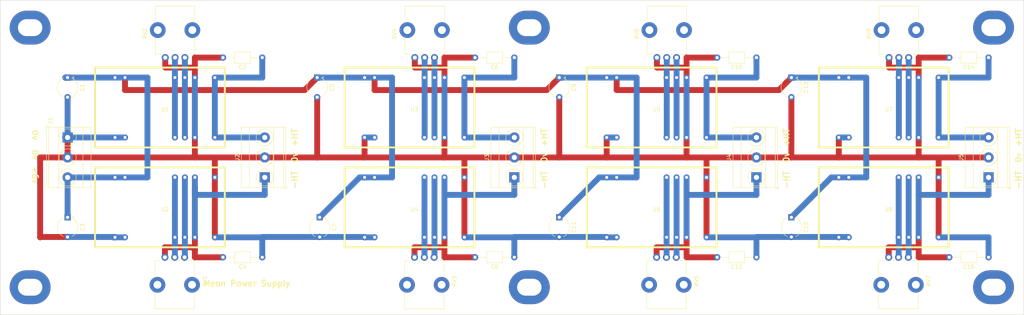
<source format=kicad_pcb>
(kicad_pcb (version 20171130) (host pcbnew "(5.0.0)")

  (general
    (thickness 1.6)
    (drawings 20)
    (tracks 239)
    (zones 0)
    (modules 43)
    (nets 27)
  )

  (page A4)
  (layers
    (0 F.Cu signal hide)
    (31 B.Cu signal hide)
    (32 B.Adhes user)
    (33 F.Adhes user)
    (34 B.Paste user)
    (35 F.Paste user)
    (36 B.SilkS user)
    (37 F.SilkS user)
    (38 B.Mask user)
    (39 F.Mask user)
    (40 Dwgs.User user)
    (41 Cmts.User user)
    (42 Eco1.User user)
    (43 Eco2.User user)
    (44 Edge.Cuts user)
    (45 Margin user)
    (46 B.CrtYd user)
    (47 F.CrtYd user)
    (48 B.Fab user)
    (49 F.Fab user)
  )

  (setup
    (last_trace_width 1.5)
    (trace_clearance 0.2)
    (zone_clearance 0.508)
    (zone_45_only no)
    (trace_min 0.2)
    (segment_width 0.2)
    (edge_width 0.1)
    (via_size 1)
    (via_drill 0.5)
    (via_min_size 0.4)
    (via_min_drill 0.3)
    (uvia_size 1)
    (uvia_drill 0.5)
    (uvias_allowed no)
    (uvia_min_size 0.2)
    (uvia_min_drill 0.1)
    (pcb_text_width 0.3)
    (pcb_text_size 1.5 1.5)
    (mod_edge_width 0.15)
    (mod_text_size 1 1)
    (mod_text_width 0.15)
    (pad_size 2 2)
    (pad_drill 1)
    (pad_to_mask_clearance 0)
    (aux_axis_origin 0 0)
    (visible_elements 7FFFFFFF)
    (pcbplotparams
      (layerselection 0x010fc_ffffffff)
      (usegerberextensions false)
      (usegerberattributes false)
      (usegerberadvancedattributes false)
      (creategerberjobfile false)
      (excludeedgelayer true)
      (linewidth 0.100000)
      (plotframeref false)
      (viasonmask false)
      (mode 1)
      (useauxorigin false)
      (hpglpennumber 1)
      (hpglpenspeed 20)
      (hpglpendiameter 15.000000)
      (psnegative false)
      (psa4output false)
      (plotreference true)
      (plotvalue true)
      (plotinvisibletext false)
      (padsonsilk false)
      (subtractmaskfromsilk false)
      (outputformat 1)
      (mirror false)
      (drillshape 0)
      (scaleselection 1)
      (outputdirectory "Gerber/"))
  )

  (net 0 "")
  (net 1 "Net-(RV1-Pad2)")
  (net 2 0v)
  (net 3 "Net-(RV2-Pad2)")
  (net 4 "Net-(RV2-Pad1)")
  (net 5 "Net-(RV1-Pad3)")
  (net 6 +6v)
  (net 7 +HT1)
  (net 8 -HT1)
  (net 9 +HT2)
  (net 10 -HT2)
  (net 11 +HT3)
  (net 12 -HT3)
  (net 13 +HT4)
  (net 14 -HT4)
  (net 15 "Net-(RV3-Pad2)")
  (net 16 "Net-(RV3-Pad3)")
  (net 17 "Net-(RV4-Pad2)")
  (net 18 "Net-(RV4-Pad1)")
  (net 19 "Net-(RV5-Pad3)")
  (net 20 "Net-(RV5-Pad2)")
  (net 21 "Net-(RV6-Pad1)")
  (net 22 "Net-(RV6-Pad2)")
  (net 23 "Net-(RV7-Pad3)")
  (net 24 "Net-(RV7-Pad2)")
  (net 25 "Net-(RV8-Pad1)")
  (net 26 "Net-(RV8-Pad2)")

  (net_class Default "This is the default net class."
    (clearance 0.2)
    (trace_width 1.5)
    (via_dia 1)
    (via_drill 0.5)
    (uvia_dia 1)
    (uvia_drill 0.5)
    (diff_pair_gap 1)
    (diff_pair_width 1)
    (add_net +6v)
    (add_net +HT1)
    (add_net +HT2)
    (add_net +HT3)
    (add_net +HT4)
    (add_net -HT1)
    (add_net -HT2)
    (add_net -HT3)
    (add_net -HT4)
    (add_net 0v)
    (add_net "Net-(RV1-Pad2)")
    (add_net "Net-(RV1-Pad3)")
    (add_net "Net-(RV2-Pad1)")
    (add_net "Net-(RV2-Pad2)")
    (add_net "Net-(RV3-Pad2)")
    (add_net "Net-(RV3-Pad3)")
    (add_net "Net-(RV4-Pad1)")
    (add_net "Net-(RV4-Pad2)")
    (add_net "Net-(RV5-Pad2)")
    (add_net "Net-(RV5-Pad3)")
    (add_net "Net-(RV6-Pad1)")
    (add_net "Net-(RV6-Pad2)")
    (add_net "Net-(RV7-Pad2)")
    (add_net "Net-(RV7-Pad3)")
    (add_net "Net-(RV8-Pad1)")
    (add_net "Net-(RV8-Pad2)")
  )

  (module MountingHole:MountingHole_4.3x6.2mm_M4_Pad (layer F.Cu) (tedit 5D816C45) (tstamp 5D817F08)
    (at 154.305 27.94)
    (descr "Mounting Hole 4.3x6.2mm, M4")
    (tags "mounting hole 4.3x6.2mm m4")
    (attr virtual)
    (fp_text reference H6 (at 0 -5.3) (layer F.Fab)
      (effects (font (size 1 1) (thickness 0.15)))
    )
    (fp_text value ~ (at 0 5.3) (layer F.Fab)
      (effects (font (size 1 1) (thickness 0.15)))
    )
    (fp_circle (center -0.95 0) (end 3.35 0) (layer Cmts.User) (width 0.15))
    (fp_circle (center 0.95 0) (end 5.25 0) (layer Cmts.User) (width 0.15))
    (fp_arc (start 0.95 0) (end 0.95 -4.55) (angle 180) (layer F.CrtYd) (width 0.05))
    (fp_arc (start -0.95 0) (end -0.95 4.55) (angle 180) (layer F.CrtYd) (width 0.05))
    (fp_line (start -0.95 -4.55) (end 0.95 -4.55) (layer F.CrtYd) (width 0.05))
    (fp_line (start 0.95 4.55) (end -0.95 4.55) (layer F.CrtYd) (width 0.05))
    (fp_text user %R (at 0.01 0) (layer F.Fab)
      (effects (font (size 1 1) (thickness 0.15)))
    )
    (pad 1 thru_hole oval (at 0 0) (size 10.4 8.6) (drill oval 6.2 4.3) (layers *.Cu *.Mask))
  )

  (module MountingHole:MountingHole_4.3x6.2mm_M4_Pad (layer F.Cu) (tedit 5D816C27) (tstamp 5D817EC1)
    (at 154.305 93.98)
    (descr "Mounting Hole 4.3x6.2mm, M4")
    (tags "mounting hole 4.3x6.2mm m4")
    (attr virtual)
    (fp_text reference H5 (at 0 -5.3) (layer F.Fab)
      (effects (font (size 1 1) (thickness 0.15)))
    )
    (fp_text value ~ (at 0 5.3) (layer F.Fab)
      (effects (font (size 1 1) (thickness 0.15)))
    )
    (fp_text user %R (at 0.01 0) (layer F.Fab)
      (effects (font (size 1 1) (thickness 0.15)))
    )
    (fp_line (start 0.95 4.55) (end -0.95 4.55) (layer F.CrtYd) (width 0.05))
    (fp_line (start -0.95 -4.55) (end 0.95 -4.55) (layer F.CrtYd) (width 0.05))
    (fp_arc (start -0.95 0) (end -0.95 4.55) (angle 180) (layer F.CrtYd) (width 0.05))
    (fp_arc (start 0.95 0) (end 0.95 -4.55) (angle 180) (layer F.CrtYd) (width 0.05))
    (fp_circle (center 0.95 0) (end 5.25 0) (layer Cmts.User) (width 0.15))
    (fp_circle (center -0.95 0) (end 3.35 0) (layer Cmts.User) (width 0.15))
    (pad 1 thru_hole oval (at 0 0) (size 10.4 8.6) (drill oval 6.2 4.3) (layers *.Cu *.Mask))
  )

  (module ELLIOTT:R05-100B (layer F.Cu) (tedit 5D42175A) (tstamp 5D00E753)
    (at 61.595 48.26)
    (path /5CE8A805)
    (fp_text reference U1 (at 0 0.5) (layer F.SilkS)
      (effects (font (size 1 1) (thickness 0.15)))
    )
    (fp_text value ~ (at 0 -0.5) (layer F.Fab)
      (effects (font (size 1 1) (thickness 0.15)))
    )
    (fp_line (start -17.78 10.16) (end -17.78 -10.16) (layer F.SilkS) (width 0.5))
    (fp_line (start 15.24 10.16) (end -17.78 10.16) (layer F.SilkS) (width 0.5))
    (fp_line (start 15.24 -10.16) (end 15.24 10.16) (layer F.SilkS) (width 0.5))
    (fp_line (start -17.78 -10.16) (end 15.24 -10.16) (layer F.SilkS) (width 0.5))
    (pad 12 thru_hole circle (at 12.7 7.62) (size 1.524 1.524) (drill 0.762) (layers *.Cu *.Mask)
      (net 7 +HT1))
    (pad 10 thru_hole circle (at 7.62 7.62) (size 1.524 1.524) (drill 0.762) (layers *.Cu *.Mask)
      (net 2 0v))
    (pad 9 thru_hole circle (at 5.08 7.62) (size 1.524 1.524) (drill 0.762) (layers *.Cu *.Mask)
      (net 4 "Net-(RV2-Pad1)"))
    (pad 8 thru_hole circle (at 2.54 7.62) (size 1.524 1.524) (drill 0.762) (layers *.Cu *.Mask)
      (net 3 "Net-(RV2-Pad2)"))
    (pad 3 thru_hole circle (at -10.16 7.62) (size 1.524 1.524) (drill 0.762) (layers *.Cu *.Mask)
      (net 2 0v))
    (pad 2 thru_hole circle (at -12.7 7.62) (size 1.524 1.524) (drill 0.762) (layers *.Cu *.Mask)
      (net 2 0v))
    (pad 13 thru_hole circle (at 12.7 -7.62) (size 1.524 1.524) (drill 0.762) (layers *.Cu *.Mask)
      (net 7 +HT1))
    (pad 15 thru_hole circle (at 7.62 -7.62) (size 1.524 1.524) (drill 0.762) (layers *.Cu *.Mask)
      (net 2 0v))
    (pad 16 thru_hole circle (at 5.08 -7.62) (size 1.524 1.524) (drill 0.762) (layers *.Cu *.Mask)
      (net 4 "Net-(RV2-Pad1)"))
    (pad 17 thru_hole circle (at 2.54 -7.62) (size 1.524 1.524) (drill 0.762) (layers *.Cu *.Mask)
      (net 3 "Net-(RV2-Pad2)"))
    (pad 22 thru_hole circle (at -10.16 -7.62) (size 1.524 1.524) (drill 0.762) (layers *.Cu *.Mask)
      (net 6 +6v))
    (pad 23 thru_hole circle (at -12.7 -7.62) (size 1.524 1.524) (drill 0.762) (layers *.Cu *.Mask)
      (net 6 +6v))
  )

  (module ELLIOTT:R05-100B (layer F.Cu) (tedit 5D42175A) (tstamp 5D814ECC)
    (at 61.595 73.66)
    (path /5CE8A862)
    (fp_text reference U2 (at 0 0.5) (layer F.SilkS)
      (effects (font (size 1 1) (thickness 0.15)))
    )
    (fp_text value ~ (at 0 -0.5) (layer F.Fab)
      (effects (font (size 1 1) (thickness 0.15)))
    )
    (fp_line (start -17.78 10.16) (end -17.78 -10.16) (layer F.SilkS) (width 0.5))
    (fp_line (start 15.24 10.16) (end -17.78 10.16) (layer F.SilkS) (width 0.5))
    (fp_line (start 15.24 -10.16) (end 15.24 10.16) (layer F.SilkS) (width 0.5))
    (fp_line (start -17.78 -10.16) (end 15.24 -10.16) (layer F.SilkS) (width 0.5))
    (pad 12 thru_hole circle (at 12.7 7.62) (size 1.524 1.524) (drill 0.762) (layers *.Cu *.Mask)
      (net 2 0v))
    (pad 10 thru_hole circle (at 7.62 7.62) (size 1.524 1.524) (drill 0.762) (layers *.Cu *.Mask)
      (net 8 -HT1))
    (pad 9 thru_hole circle (at 5.08 7.62) (size 1.524 1.524) (drill 0.762) (layers *.Cu *.Mask)
      (net 5 "Net-(RV1-Pad3)"))
    (pad 8 thru_hole circle (at 2.54 7.62) (size 1.524 1.524) (drill 0.762) (layers *.Cu *.Mask)
      (net 1 "Net-(RV1-Pad2)"))
    (pad 3 thru_hole circle (at -10.16 7.62) (size 1.524 1.524) (drill 0.762) (layers *.Cu *.Mask)
      (net 2 0v))
    (pad 2 thru_hole circle (at -12.7 7.62) (size 1.524 1.524) (drill 0.762) (layers *.Cu *.Mask)
      (net 2 0v))
    (pad 13 thru_hole circle (at 12.7 -7.62) (size 1.524 1.524) (drill 0.762) (layers *.Cu *.Mask)
      (net 2 0v))
    (pad 15 thru_hole circle (at 7.62 -7.62) (size 1.524 1.524) (drill 0.762) (layers *.Cu *.Mask)
      (net 8 -HT1))
    (pad 16 thru_hole circle (at 5.08 -7.62) (size 1.524 1.524) (drill 0.762) (layers *.Cu *.Mask)
      (net 5 "Net-(RV1-Pad3)"))
    (pad 17 thru_hole circle (at 2.54 -7.62) (size 1.524 1.524) (drill 0.762) (layers *.Cu *.Mask)
      (net 1 "Net-(RV1-Pad2)"))
    (pad 22 thru_hole circle (at -10.16 -7.62) (size 1.524 1.524) (drill 0.762) (layers *.Cu *.Mask)
      (net 6 +6v))
    (pad 23 thru_hole circle (at -12.7 -7.62) (size 1.524 1.524) (drill 0.762) (layers *.Cu *.Mask)
      (net 6 +6v))
  )

  (module Potentiometer_THT:Potentiometer_Alps_RK09K_Single_Vertical (layer F.Cu) (tedit 5A3D4993) (tstamp 5D0D5F2A)
    (at 61.595 86.36 270)
    (descr "Potentiometer, vertical, Alps RK09K Single, http://www.alps.com/prod/info/E/HTML/Potentiometer/RotaryPotentiometers/RK09K/RK09K_list.html")
    (tags "Potentiometer vertical Alps RK09K Single")
    (path /5CE8B671)
    (fp_text reference RV1 (at 6.05 -10.15 270) (layer F.SilkS)
      (effects (font (size 1 1) (thickness 0.15)))
    )
    (fp_text value 5k (at 6.05 5.15 270) (layer F.Fab)
      (effects (font (size 1 1) (thickness 0.15)))
    )
    (fp_circle (center 7.5 -2.5) (end 10.5 -2.5) (layer F.Fab) (width 0.1))
    (fp_line (start 1 -7.4) (end 1 2.4) (layer F.Fab) (width 0.1))
    (fp_line (start 1 2.4) (end 13 2.4) (layer F.Fab) (width 0.1))
    (fp_line (start 13 2.4) (end 13 -7.4) (layer F.Fab) (width 0.1))
    (fp_line (start 13 -7.4) (end 1 -7.4) (layer F.Fab) (width 0.1))
    (fp_line (start 0.88 -7.521) (end 4.817 -7.521) (layer F.SilkS) (width 0.12))
    (fp_line (start 9.184 -7.521) (end 13.12 -7.521) (layer F.SilkS) (width 0.12))
    (fp_line (start 0.88 2.52) (end 4.817 2.52) (layer F.SilkS) (width 0.12))
    (fp_line (start 9.184 2.52) (end 13.12 2.52) (layer F.SilkS) (width 0.12))
    (fp_line (start 0.88 -7.521) (end 0.88 -5.871) (layer F.SilkS) (width 0.12))
    (fp_line (start 0.88 -4.129) (end 0.88 -3.37) (layer F.SilkS) (width 0.12))
    (fp_line (start 0.88 -1.629) (end 0.88 -0.87) (layer F.SilkS) (width 0.12))
    (fp_line (start 0.88 0.87) (end 0.88 2.52) (layer F.SilkS) (width 0.12))
    (fp_line (start 13.12 -7.521) (end 13.12 2.52) (layer F.SilkS) (width 0.12))
    (fp_line (start -1.15 -9.15) (end -1.15 4.15) (layer F.CrtYd) (width 0.05))
    (fp_line (start -1.15 4.15) (end 13.25 4.15) (layer F.CrtYd) (width 0.05))
    (fp_line (start 13.25 4.15) (end 13.25 -9.15) (layer F.CrtYd) (width 0.05))
    (fp_line (start 13.25 -9.15) (end -1.15 -9.15) (layer F.CrtYd) (width 0.05))
    (fp_text user %R (at 2 -2.5) (layer F.Fab)
      (effects (font (size 1 1) (thickness 0.15)))
    )
    (pad 3 thru_hole circle (at 0 -5 270) (size 1.8 1.8) (drill 1) (layers *.Cu *.Mask)
      (net 5 "Net-(RV1-Pad3)"))
    (pad 2 thru_hole circle (at 0 -2.5 270) (size 1.8 1.8) (drill 1) (layers *.Cu *.Mask)
      (net 1 "Net-(RV1-Pad2)"))
    (pad 1 thru_hole circle (at 0 0 270) (size 1.8 1.8) (drill 1) (layers *.Cu *.Mask)
      (net 8 -HT1))
    (pad "" np_thru_hole circle (at 7 -6.9 270) (size 4 4) (drill 2) (layers *.Cu *.Mask))
    (pad "" np_thru_hole circle (at 7 1.9 270) (size 4 4) (drill 2) (layers *.Cu *.Mask))
    (model ${KISYS3DMOD}/Potentiometer_THT.3dshapes/Potentiometer_Alps_RK09K_Single_Vertical.wrl
      (at (xyz 0 0 0))
      (scale (xyz 1 1 1))
      (rotate (xyz 0 0 0))
    )
  )

  (module Capacitor_THT:C_Axial_L3.8mm_D2.6mm_P10.00mm_Horizontal (layer F.Cu) (tedit 5AE50EF0) (tstamp 5D8156CB)
    (at 86.36 35.56 180)
    (descr "C, Axial series, Axial, Horizontal, pin pitch=10mm, , length*diameter=3.8*2.6mm^2, http://www.vishay.com/docs/45231/arseries.pdf")
    (tags "C Axial series Axial Horizontal pin pitch 10mm  length 3.8mm diameter 2.6mm")
    (path /5CE8BEBE)
    (fp_text reference C2 (at 5 -2.42 180) (layer F.SilkS)
      (effects (font (size 1 1) (thickness 0.15)))
    )
    (fp_text value "4700pf 250v" (at 5 2.42 180) (layer F.Fab)
      (effects (font (size 1 1) (thickness 0.15)))
    )
    (fp_line (start 3.1 -1.3) (end 3.1 1.3) (layer F.Fab) (width 0.1))
    (fp_line (start 3.1 1.3) (end 6.9 1.3) (layer F.Fab) (width 0.1))
    (fp_line (start 6.9 1.3) (end 6.9 -1.3) (layer F.Fab) (width 0.1))
    (fp_line (start 6.9 -1.3) (end 3.1 -1.3) (layer F.Fab) (width 0.1))
    (fp_line (start 0 0) (end 3.1 0) (layer F.Fab) (width 0.1))
    (fp_line (start 10 0) (end 6.9 0) (layer F.Fab) (width 0.1))
    (fp_line (start 2.98 -1.42) (end 2.98 1.42) (layer F.SilkS) (width 0.12))
    (fp_line (start 2.98 1.42) (end 7.02 1.42) (layer F.SilkS) (width 0.12))
    (fp_line (start 7.02 1.42) (end 7.02 -1.42) (layer F.SilkS) (width 0.12))
    (fp_line (start 7.02 -1.42) (end 2.98 -1.42) (layer F.SilkS) (width 0.12))
    (fp_line (start 1.04 0) (end 2.98 0) (layer F.SilkS) (width 0.12))
    (fp_line (start 8.96 0) (end 7.02 0) (layer F.SilkS) (width 0.12))
    (fp_line (start -1.05 -1.55) (end -1.05 1.55) (layer F.CrtYd) (width 0.05))
    (fp_line (start -1.05 1.55) (end 11.05 1.55) (layer F.CrtYd) (width 0.05))
    (fp_line (start 11.05 1.55) (end 11.05 -1.55) (layer F.CrtYd) (width 0.05))
    (fp_line (start 11.05 -1.55) (end -1.05 -1.55) (layer F.CrtYd) (width 0.05))
    (fp_text user %R (at 5 0 180) (layer F.Fab)
      (effects (font (size 0.76 0.76) (thickness 0.114)))
    )
    (pad 1 thru_hole circle (at 0 0 180) (size 1.6 1.6) (drill 0.8) (layers *.Cu *.Mask)
      (net 7 +HT1))
    (pad 2 thru_hole oval (at 10 0 180) (size 1.6 1.6) (drill 0.8) (layers *.Cu *.Mask)
      (net 2 0v))
    (model ${KISYS3DMOD}/Capacitor_THT.3dshapes/C_Axial_L3.8mm_D2.6mm_P10.00mm_Horizontal.wrl
      (at (xyz 0 0 0))
      (scale (xyz 1 1 1))
      (rotate (xyz 0 0 0))
    )
  )

  (module Capacitor_THT:C_Axial_L3.8mm_D2.6mm_P10.00mm_Horizontal (layer F.Cu) (tedit 5AE50EF0) (tstamp 5D38433C)
    (at 86.36 86.36 180)
    (descr "C, Axial series, Axial, Horizontal, pin pitch=10mm, , length*diameter=3.8*2.6mm^2, http://www.vishay.com/docs/45231/arseries.pdf")
    (tags "C Axial series Axial Horizontal pin pitch 10mm  length 3.8mm diameter 2.6mm")
    (path /5CE8BF00)
    (fp_text reference C4 (at 5 -2.42 180) (layer F.SilkS)
      (effects (font (size 1 1) (thickness 0.15)))
    )
    (fp_text value "4700pf 250v" (at 5 2.42 180) (layer F.Fab)
      (effects (font (size 1 1) (thickness 0.15)))
    )
    (fp_text user %R (at 5 0 180) (layer F.Fab)
      (effects (font (size 0.76 0.76) (thickness 0.114)))
    )
    (fp_line (start 11.05 -1.55) (end -1.05 -1.55) (layer F.CrtYd) (width 0.05))
    (fp_line (start 11.05 1.55) (end 11.05 -1.55) (layer F.CrtYd) (width 0.05))
    (fp_line (start -1.05 1.55) (end 11.05 1.55) (layer F.CrtYd) (width 0.05))
    (fp_line (start -1.05 -1.55) (end -1.05 1.55) (layer F.CrtYd) (width 0.05))
    (fp_line (start 8.96 0) (end 7.02 0) (layer F.SilkS) (width 0.12))
    (fp_line (start 1.04 0) (end 2.98 0) (layer F.SilkS) (width 0.12))
    (fp_line (start 7.02 -1.42) (end 2.98 -1.42) (layer F.SilkS) (width 0.12))
    (fp_line (start 7.02 1.42) (end 7.02 -1.42) (layer F.SilkS) (width 0.12))
    (fp_line (start 2.98 1.42) (end 7.02 1.42) (layer F.SilkS) (width 0.12))
    (fp_line (start 2.98 -1.42) (end 2.98 1.42) (layer F.SilkS) (width 0.12))
    (fp_line (start 10 0) (end 6.9 0) (layer F.Fab) (width 0.1))
    (fp_line (start 0 0) (end 3.1 0) (layer F.Fab) (width 0.1))
    (fp_line (start 6.9 -1.3) (end 3.1 -1.3) (layer F.Fab) (width 0.1))
    (fp_line (start 6.9 1.3) (end 6.9 -1.3) (layer F.Fab) (width 0.1))
    (fp_line (start 3.1 1.3) (end 6.9 1.3) (layer F.Fab) (width 0.1))
    (fp_line (start 3.1 -1.3) (end 3.1 1.3) (layer F.Fab) (width 0.1))
    (pad 2 thru_hole oval (at 10 0 180) (size 1.6 1.6) (drill 0.8) (layers *.Cu *.Mask)
      (net 8 -HT1))
    (pad 1 thru_hole circle (at 0 0 180) (size 1.6 1.6) (drill 0.8) (layers *.Cu *.Mask)
      (net 2 0v))
    (model ${KISYS3DMOD}/Capacitor_THT.3dshapes/C_Axial_L3.8mm_D2.6mm_P10.00mm_Horizontal.wrl
      (at (xyz 0 0 0))
      (scale (xyz 1 1 1))
      (rotate (xyz 0 0 0))
    )
  )

  (module TerminalBlock_Phoenix:TerminalBlock_Phoenix_MKDS-3-3-5.08_1x03_P5.08mm_Horizontal (layer F.Cu) (tedit 5B294F11) (tstamp 5D81539F)
    (at 36.83 55.88 270)
    (descr "Terminal Block Phoenix MKDS-3-3-5.08, 3 pins, pitch 5.08mm, size 15.2x11.2mm^2, drill diamater 1.3mm, pad diameter 2.6mm, see http://www.farnell.com/datasheets/2138224.pdf, script-generated using https://github.com/pointhi/kicad-footprint-generator/scripts/TerminalBlock_Phoenix")
    (tags "THT Terminal Block Phoenix MKDS-3-3-5.08 pitch 5.08mm size 15.2x11.2mm^2 drill 1.3mm pad 2.6mm")
    (path /5CE8A9BC)
    (fp_text reference J1 (at -4.2926 4.3688 270) (layer F.SilkS)
      (effects (font (size 1 1) (thickness 0.15)))
    )
    (fp_text value ~ (at 5.08 6.36 270) (layer F.Fab)
      (effects (font (size 1 1) (thickness 0.15)))
    )
    (fp_circle (center 0 0) (end 2 0) (layer F.Fab) (width 0.1))
    (fp_circle (center 0 0) (end 2.18 0) (layer F.SilkS) (width 0.12))
    (fp_circle (center 5.08 0) (end 7.08 0) (layer F.Fab) (width 0.1))
    (fp_circle (center 5.08 0) (end 7.26 0) (layer F.SilkS) (width 0.12))
    (fp_circle (center 10.16 0) (end 12.16 0) (layer F.Fab) (width 0.1))
    (fp_circle (center 10.16 0) (end 12.34 0) (layer F.SilkS) (width 0.12))
    (fp_line (start -2.54 -5.9) (end 12.7 -5.9) (layer F.Fab) (width 0.1))
    (fp_line (start 12.7 -5.9) (end 12.7 5.3) (layer F.Fab) (width 0.1))
    (fp_line (start 12.7 5.3) (end -2.04 5.3) (layer F.Fab) (width 0.1))
    (fp_line (start -2.04 5.3) (end -2.54 4.8) (layer F.Fab) (width 0.1))
    (fp_line (start -2.54 4.8) (end -2.54 -5.9) (layer F.Fab) (width 0.1))
    (fp_line (start -2.54 4.8) (end 12.7 4.8) (layer F.Fab) (width 0.1))
    (fp_line (start -2.6 4.8) (end 12.76 4.8) (layer F.SilkS) (width 0.12))
    (fp_line (start -2.54 2.3) (end 12.7 2.3) (layer F.Fab) (width 0.1))
    (fp_line (start -2.6 2.3) (end 12.76 2.3) (layer F.SilkS) (width 0.12))
    (fp_line (start -2.54 -3.9) (end 12.7 -3.9) (layer F.Fab) (width 0.1))
    (fp_line (start -2.6 -3.9) (end 12.76 -3.9) (layer F.SilkS) (width 0.12))
    (fp_line (start -2.6 -5.96) (end 12.76 -5.96) (layer F.SilkS) (width 0.12))
    (fp_line (start -2.6 5.36) (end 12.76 5.36) (layer F.SilkS) (width 0.12))
    (fp_line (start -2.6 -5.96) (end -2.6 5.36) (layer F.SilkS) (width 0.12))
    (fp_line (start 12.76 -5.96) (end 12.76 5.36) (layer F.SilkS) (width 0.12))
    (fp_line (start 1.517 -1.273) (end -1.273 1.517) (layer F.Fab) (width 0.1))
    (fp_line (start 1.273 -1.517) (end -1.517 1.273) (layer F.Fab) (width 0.1))
    (fp_line (start 1.654 -1.388) (end 1.547 -1.281) (layer F.SilkS) (width 0.12))
    (fp_line (start -1.282 1.547) (end -1.388 1.654) (layer F.SilkS) (width 0.12))
    (fp_line (start 1.388 -1.654) (end 1.281 -1.547) (layer F.SilkS) (width 0.12))
    (fp_line (start -1.548 1.281) (end -1.654 1.388) (layer F.SilkS) (width 0.12))
    (fp_line (start 6.597 -1.273) (end 3.808 1.517) (layer F.Fab) (width 0.1))
    (fp_line (start 6.353 -1.517) (end 3.564 1.273) (layer F.Fab) (width 0.1))
    (fp_line (start 6.734 -1.388) (end 6.339 -0.992) (layer F.SilkS) (width 0.12))
    (fp_line (start 4.073 1.274) (end 3.693 1.654) (layer F.SilkS) (width 0.12))
    (fp_line (start 6.468 -1.654) (end 6.088 -1.274) (layer F.SilkS) (width 0.12))
    (fp_line (start 3.822 0.992) (end 3.427 1.388) (layer F.SilkS) (width 0.12))
    (fp_line (start 11.677 -1.273) (end 8.888 1.517) (layer F.Fab) (width 0.1))
    (fp_line (start 11.433 -1.517) (end 8.644 1.273) (layer F.Fab) (width 0.1))
    (fp_line (start 11.814 -1.388) (end 11.419 -0.992) (layer F.SilkS) (width 0.12))
    (fp_line (start 9.153 1.274) (end 8.773 1.654) (layer F.SilkS) (width 0.12))
    (fp_line (start 11.548 -1.654) (end 11.168 -1.274) (layer F.SilkS) (width 0.12))
    (fp_line (start 8.902 0.992) (end 8.507 1.388) (layer F.SilkS) (width 0.12))
    (fp_line (start -2.84 4.86) (end -2.84 5.6) (layer F.SilkS) (width 0.12))
    (fp_line (start -2.84 5.6) (end -2.34 5.6) (layer F.SilkS) (width 0.12))
    (fp_line (start -3.04 -6.4) (end -3.04 5.8) (layer F.CrtYd) (width 0.05))
    (fp_line (start -3.04 5.8) (end 13.21 5.8) (layer F.CrtYd) (width 0.05))
    (fp_line (start 13.21 5.8) (end 13.21 -6.4) (layer F.CrtYd) (width 0.05))
    (fp_line (start 13.21 -6.4) (end -3.04 -6.4) (layer F.CrtYd) (width 0.05))
    (fp_text user %R (at 5.08 3.1 270) (layer F.Fab)
      (effects (font (size 1 1) (thickness 0.15)))
    )
    (pad 1 thru_hole rect (at 0 0 270) (size 2.6 2.6) (drill 1.3) (layers *.Cu *.Mask)
      (net 2 0v))
    (pad 2 thru_hole circle (at 5.08 0 270) (size 2.6 2.6) (drill 1.3) (layers *.Cu *.Mask)
      (net 2 0v))
    (pad 3 thru_hole circle (at 10.16 0 270) (size 2.6 2.6) (drill 1.3) (layers *.Cu *.Mask)
      (net 6 +6v))
    (model ${KISYS3DMOD}/TerminalBlock_Phoenix.3dshapes/TerminalBlock_Phoenix_MKDS-3-3-5.08_1x03_P5.08mm_Horizontal.wrl
      (at (xyz 0 0 0))
      (scale (xyz 1 1 1))
      (rotate (xyz 0 0 0))
    )
  )

  (module TerminalBlock_Phoenix:TerminalBlock_Phoenix_MKDS-3-3-5.08_1x03_P5.08mm_Horizontal (layer F.Cu) (tedit 5B294F11) (tstamp 5D81518D)
    (at 86.995 66.04 90)
    (descr "Terminal Block Phoenix MKDS-3-3-5.08, 3 pins, pitch 5.08mm, size 15.2x11.2mm^2, drill diamater 1.3mm, pad diameter 2.6mm, see http://www.farnell.com/datasheets/2138224.pdf, script-generated using https://github.com/pointhi/kicad-footprint-generator/scripts/TerminalBlock_Phoenix")
    (tags "THT Terminal Block Phoenix MKDS-3-3-5.08 pitch 5.08mm size 15.2x11.2mm^2 drill 1.3mm pad 2.6mm")
    (path /5D1AE6D0)
    (fp_text reference J2 (at 5.08 -6.96 90) (layer F.SilkS)
      (effects (font (size 1 1) (thickness 0.15)))
    )
    (fp_text value ~ (at 5.08 6.36 90) (layer F.Fab)
      (effects (font (size 1 1) (thickness 0.15)))
    )
    (fp_text user %R (at 5.08 3.1 90) (layer F.Fab)
      (effects (font (size 1 1) (thickness 0.15)))
    )
    (fp_line (start 13.21 -6.4) (end -3.04 -6.4) (layer F.CrtYd) (width 0.05))
    (fp_line (start 13.21 5.8) (end 13.21 -6.4) (layer F.CrtYd) (width 0.05))
    (fp_line (start -3.04 5.8) (end 13.21 5.8) (layer F.CrtYd) (width 0.05))
    (fp_line (start -3.04 -6.4) (end -3.04 5.8) (layer F.CrtYd) (width 0.05))
    (fp_line (start -2.84 5.6) (end -2.34 5.6) (layer F.SilkS) (width 0.12))
    (fp_line (start -2.84 4.86) (end -2.84 5.6) (layer F.SilkS) (width 0.12))
    (fp_line (start 8.902 0.992) (end 8.507 1.388) (layer F.SilkS) (width 0.12))
    (fp_line (start 11.548 -1.654) (end 11.168 -1.274) (layer F.SilkS) (width 0.12))
    (fp_line (start 9.153 1.274) (end 8.773 1.654) (layer F.SilkS) (width 0.12))
    (fp_line (start 11.814 -1.388) (end 11.419 -0.992) (layer F.SilkS) (width 0.12))
    (fp_line (start 11.433 -1.517) (end 8.644 1.273) (layer F.Fab) (width 0.1))
    (fp_line (start 11.677 -1.273) (end 8.888 1.517) (layer F.Fab) (width 0.1))
    (fp_line (start 3.822 0.992) (end 3.427 1.388) (layer F.SilkS) (width 0.12))
    (fp_line (start 6.468 -1.654) (end 6.088 -1.274) (layer F.SilkS) (width 0.12))
    (fp_line (start 4.073 1.274) (end 3.693 1.654) (layer F.SilkS) (width 0.12))
    (fp_line (start 6.734 -1.388) (end 6.339 -0.992) (layer F.SilkS) (width 0.12))
    (fp_line (start 6.353 -1.517) (end 3.564 1.273) (layer F.Fab) (width 0.1))
    (fp_line (start 6.597 -1.273) (end 3.808 1.517) (layer F.Fab) (width 0.1))
    (fp_line (start -1.548 1.281) (end -1.654 1.388) (layer F.SilkS) (width 0.12))
    (fp_line (start 1.388 -1.654) (end 1.281 -1.547) (layer F.SilkS) (width 0.12))
    (fp_line (start -1.282 1.547) (end -1.388 1.654) (layer F.SilkS) (width 0.12))
    (fp_line (start 1.654 -1.388) (end 1.547 -1.281) (layer F.SilkS) (width 0.12))
    (fp_line (start 1.273 -1.517) (end -1.517 1.273) (layer F.Fab) (width 0.1))
    (fp_line (start 1.517 -1.273) (end -1.273 1.517) (layer F.Fab) (width 0.1))
    (fp_line (start 12.76 -5.96) (end 12.76 5.36) (layer F.SilkS) (width 0.12))
    (fp_line (start -2.6 -5.96) (end -2.6 5.36) (layer F.SilkS) (width 0.12))
    (fp_line (start -2.6 5.36) (end 12.76 5.36) (layer F.SilkS) (width 0.12))
    (fp_line (start -2.6 -5.96) (end 12.76 -5.96) (layer F.SilkS) (width 0.12))
    (fp_line (start -2.6 -3.9) (end 12.76 -3.9) (layer F.SilkS) (width 0.12))
    (fp_line (start -2.54 -3.9) (end 12.7 -3.9) (layer F.Fab) (width 0.1))
    (fp_line (start -2.6 2.3) (end 12.76 2.3) (layer F.SilkS) (width 0.12))
    (fp_line (start -2.54 2.3) (end 12.7 2.3) (layer F.Fab) (width 0.1))
    (fp_line (start -2.6 4.8) (end 12.76 4.8) (layer F.SilkS) (width 0.12))
    (fp_line (start -2.54 4.8) (end 12.7 4.8) (layer F.Fab) (width 0.1))
    (fp_line (start -2.54 4.8) (end -2.54 -5.9) (layer F.Fab) (width 0.1))
    (fp_line (start -2.04 5.3) (end -2.54 4.8) (layer F.Fab) (width 0.1))
    (fp_line (start 12.7 5.3) (end -2.04 5.3) (layer F.Fab) (width 0.1))
    (fp_line (start 12.7 -5.9) (end 12.7 5.3) (layer F.Fab) (width 0.1))
    (fp_line (start -2.54 -5.9) (end 12.7 -5.9) (layer F.Fab) (width 0.1))
    (fp_circle (center 10.16 0) (end 12.34 0) (layer F.SilkS) (width 0.12))
    (fp_circle (center 10.16 0) (end 12.16 0) (layer F.Fab) (width 0.1))
    (fp_circle (center 5.08 0) (end 7.26 0) (layer F.SilkS) (width 0.12))
    (fp_circle (center 5.08 0) (end 7.08 0) (layer F.Fab) (width 0.1))
    (fp_circle (center 0 0) (end 2.18 0) (layer F.SilkS) (width 0.12))
    (fp_circle (center 0 0) (end 2 0) (layer F.Fab) (width 0.1))
    (pad 3 thru_hole circle (at 10.16 0 90) (size 2.6 2.6) (drill 1.3) (layers *.Cu *.Mask)
      (net 7 +HT1))
    (pad 2 thru_hole circle (at 5.08 0 90) (size 2.6 2.6) (drill 1.3) (layers *.Cu *.Mask)
      (net 2 0v))
    (pad 1 thru_hole rect (at 0 0 90) (size 2.6 2.6) (drill 1.3) (layers *.Cu *.Mask)
      (net 8 -HT1))
    (model ${KISYS3DMOD}/TerminalBlock_Phoenix.3dshapes/TerminalBlock_Phoenix_MKDS-3-3-5.08_1x03_P5.08mm_Horizontal.wrl
      (at (xyz 0 0 0))
      (scale (xyz 1 1 1))
      (rotate (xyz 0 0 0))
    )
  )

  (module Potentiometer_THT:Potentiometer_Alps_RK09K_Single_Vertical (layer F.Cu) (tedit 5A3D4993) (tstamp 5D421980)
    (at 66.675 35.56 90)
    (descr "Potentiometer, vertical, Alps RK09K Single, http://www.alps.com/prod/info/E/HTML/Potentiometer/RotaryPotentiometers/RK09K/RK09K_list.html")
    (tags "Potentiometer vertical Alps RK09K Single")
    (path /5D428F60)
    (fp_text reference RV2 (at 6.05 -10.15 90) (layer F.SilkS)
      (effects (font (size 1 1) (thickness 0.15)))
    )
    (fp_text value 5k (at 6.05 5.15 90) (layer F.Fab)
      (effects (font (size 1 1) (thickness 0.15)))
    )
    (fp_circle (center 7.5 -2.5) (end 10.5 -2.5) (layer F.Fab) (width 0.1))
    (fp_line (start 1 -7.4) (end 1 2.4) (layer F.Fab) (width 0.1))
    (fp_line (start 1 2.4) (end 13 2.4) (layer F.Fab) (width 0.1))
    (fp_line (start 13 2.4) (end 13 -7.4) (layer F.Fab) (width 0.1))
    (fp_line (start 13 -7.4) (end 1 -7.4) (layer F.Fab) (width 0.1))
    (fp_line (start 0.88 -7.521) (end 4.817 -7.521) (layer F.SilkS) (width 0.12))
    (fp_line (start 9.184 -7.521) (end 13.12 -7.521) (layer F.SilkS) (width 0.12))
    (fp_line (start 0.88 2.52) (end 4.817 2.52) (layer F.SilkS) (width 0.12))
    (fp_line (start 9.184 2.52) (end 13.12 2.52) (layer F.SilkS) (width 0.12))
    (fp_line (start 0.88 -7.521) (end 0.88 -5.871) (layer F.SilkS) (width 0.12))
    (fp_line (start 0.88 -4.129) (end 0.88 -3.37) (layer F.SilkS) (width 0.12))
    (fp_line (start 0.88 -1.629) (end 0.88 -0.87) (layer F.SilkS) (width 0.12))
    (fp_line (start 0.88 0.87) (end 0.88 2.52) (layer F.SilkS) (width 0.12))
    (fp_line (start 13.12 -7.521) (end 13.12 2.52) (layer F.SilkS) (width 0.12))
    (fp_line (start -1.15 -9.15) (end -1.15 4.15) (layer F.CrtYd) (width 0.05))
    (fp_line (start -1.15 4.15) (end 13.25 4.15) (layer F.CrtYd) (width 0.05))
    (fp_line (start 13.25 4.15) (end 13.25 -9.15) (layer F.CrtYd) (width 0.05))
    (fp_line (start 13.25 -9.15) (end -1.15 -9.15) (layer F.CrtYd) (width 0.05))
    (fp_text user %R (at 2 -2.5 180) (layer F.Fab)
      (effects (font (size 1 1) (thickness 0.15)))
    )
    (pad 3 thru_hole circle (at 0 -5 90) (size 1.8 1.8) (drill 1) (layers *.Cu *.Mask)
      (net 2 0v))
    (pad 2 thru_hole circle (at 0 -2.5 90) (size 1.8 1.8) (drill 1) (layers *.Cu *.Mask)
      (net 3 "Net-(RV2-Pad2)"))
    (pad 1 thru_hole circle (at 0 0 90) (size 1.8 1.8) (drill 1) (layers *.Cu *.Mask)
      (net 4 "Net-(RV2-Pad1)"))
    (pad "" np_thru_hole circle (at 7 -6.9 90) (size 4 4) (drill 2) (layers *.Cu *.Mask))
    (pad "" np_thru_hole circle (at 7 1.9 90) (size 4 4) (drill 2) (layers *.Cu *.Mask))
    (model ${KISYS3DMOD}/Potentiometer_THT.3dshapes/Potentiometer_Alps_RK09K_Single_Vertical.wrl
      (at (xyz 0 0 0))
      (scale (xyz 1 1 1))
      (rotate (xyz 0 0 0))
    )
  )

  (module MountingHole:MountingHole_4.3x6.2mm_M4_Pad (layer F.Cu) (tedit 5D814C35) (tstamp 5D42BDBF)
    (at 272.415 27.94)
    (descr "Mounting Hole 4.3x6.2mm, M4")
    (tags "mounting hole 4.3x6.2mm m4")
    (attr virtual)
    (fp_text reference H1 (at 0 -5.3) (layer F.Fab)
      (effects (font (size 1 1) (thickness 0.15)))
    )
    (fp_text value ~ (at 0 5.3) (layer F.Fab)
      (effects (font (size 1 1) (thickness 0.15)))
    )
    (fp_circle (center -0.95 0) (end 3.35 0) (layer Cmts.User) (width 0.15))
    (fp_circle (center 0.95 0) (end 5.25 0) (layer Cmts.User) (width 0.15))
    (fp_arc (start 0.95 0) (end 0.95 -4.55) (angle 180) (layer F.CrtYd) (width 0.05))
    (fp_arc (start -0.95 0) (end -0.95 4.55) (angle 180) (layer F.CrtYd) (width 0.05))
    (fp_line (start -0.95 -4.55) (end 0.95 -4.55) (layer F.CrtYd) (width 0.05))
    (fp_line (start 0.95 4.55) (end -0.95 4.55) (layer F.CrtYd) (width 0.05))
    (fp_text user %R (at 0.01 0) (layer F.Fab)
      (effects (font (size 1 1) (thickness 0.15)))
    )
    (pad 1 thru_hole oval (at 0 0) (size 10.4 8.6) (drill oval 6.2 4.3) (layers *.Cu *.Mask))
  )

  (module MountingHole:MountingHole_4.3x6.2mm_M4_Pad (layer F.Cu) (tedit 5D814C2A) (tstamp 5D817E38)
    (at 27.305 27.94)
    (descr "Mounting Hole 4.3x6.2mm, M4")
    (tags "mounting hole 4.3x6.2mm m4")
    (attr virtual)
    (fp_text reference H2 (at 0 -5.3) (layer F.Fab)
      (effects (font (size 1 1) (thickness 0.15)))
    )
    (fp_text value ~ (at 0 5.3) (layer F.Fab)
      (effects (font (size 1 1) (thickness 0.15)))
    )
    (fp_circle (center -0.95 0) (end 3.35 0) (layer Cmts.User) (width 0.15))
    (fp_circle (center 0.95 0) (end 5.25 0) (layer Cmts.User) (width 0.15))
    (fp_arc (start 0.95 0) (end 0.95 -4.55) (angle 180) (layer F.CrtYd) (width 0.05))
    (fp_arc (start -0.95 0) (end -0.95 4.55) (angle 180) (layer F.CrtYd) (width 0.05))
    (fp_line (start -0.95 -4.55) (end 0.95 -4.55) (layer F.CrtYd) (width 0.05))
    (fp_line (start 0.95 4.55) (end -0.95 4.55) (layer F.CrtYd) (width 0.05))
    (fp_text user %R (at 0.01 0) (layer F.Fab)
      (effects (font (size 1 1) (thickness 0.15)))
    )
    (pad 1 thru_hole oval (at 0 0) (size 10.4 8.6) (drill oval 6.2 4.3) (layers *.Cu *.Mask))
  )

  (module MountingHole:MountingHole_4.3x6.2mm_M4_Pad (layer F.Cu) (tedit 5D814C4A) (tstamp 5D42BDF9)
    (at 27.305 93.98)
    (descr "Mounting Hole 4.3x6.2mm, M4")
    (tags "mounting hole 4.3x6.2mm m4")
    (attr virtual)
    (fp_text reference H4 (at 0 -5.3) (layer F.Fab)
      (effects (font (size 1 1) (thickness 0.15)))
    )
    (fp_text value ~ (at 0 5.3) (layer F.Fab)
      (effects (font (size 1 1) (thickness 0.15)))
    )
    (fp_circle (center -0.95 0) (end 3.35 0) (layer Cmts.User) (width 0.15))
    (fp_circle (center 0.95 0) (end 5.25 0) (layer Cmts.User) (width 0.15))
    (fp_arc (start 0.95 0) (end 0.95 -4.55) (angle 180) (layer F.CrtYd) (width 0.05))
    (fp_arc (start -0.95 0) (end -0.95 4.55) (angle 180) (layer F.CrtYd) (width 0.05))
    (fp_line (start -0.95 -4.55) (end 0.95 -4.55) (layer F.CrtYd) (width 0.05))
    (fp_line (start 0.95 4.55) (end -0.95 4.55) (layer F.CrtYd) (width 0.05))
    (fp_text user %R (at 0.01 0) (layer F.Fab)
      (effects (font (size 1 1) (thickness 0.15)))
    )
    (pad 1 thru_hole oval (at 0 0) (size 10.4 8.6) (drill oval 6.2 4.3) (layers *.Cu *.Mask))
  )

  (module MountingHole:MountingHole_4.3x6.2mm_M4_Pad (layer F.Cu) (tedit 5D814C40) (tstamp 5D42BE10)
    (at 272.415 93.98)
    (descr "Mounting Hole 4.3x6.2mm, M4")
    (tags "mounting hole 4.3x6.2mm m4")
    (attr virtual)
    (fp_text reference H3 (at 0 -5.3) (layer F.Fab)
      (effects (font (size 1 1) (thickness 0.15)))
    )
    (fp_text value ~ (at 0 5.3) (layer F.Fab)
      (effects (font (size 1 1) (thickness 0.15)))
    )
    (fp_circle (center -0.95 0) (end 3.35 0) (layer Cmts.User) (width 0.15))
    (fp_circle (center 0.95 0) (end 5.25 0) (layer Cmts.User) (width 0.15))
    (fp_arc (start 0.95 0) (end 0.95 -4.55) (angle 180) (layer F.CrtYd) (width 0.05))
    (fp_arc (start -0.95 0) (end -0.95 4.55) (angle 180) (layer F.CrtYd) (width 0.05))
    (fp_line (start -0.95 -4.55) (end 0.95 -4.55) (layer F.CrtYd) (width 0.05))
    (fp_line (start 0.95 4.55) (end -0.95 4.55) (layer F.CrtYd) (width 0.05))
    (fp_text user %R (at 0.01 0) (layer F.Fab)
      (effects (font (size 1 1) (thickness 0.15)))
    )
    (pad 1 thru_hole oval (at 0 0) (size 10.4 8.6) (drill oval 6.2 4.3) (layers *.Cu *.Mask))
  )

  (module Capacitor_THT:C_Axial_L3.8mm_D2.6mm_P10.00mm_Horizontal (layer F.Cu) (tedit 5AE50EF0) (tstamp 5D8175E5)
    (at 150.495 35.56 180)
    (descr "C, Axial series, Axial, Horizontal, pin pitch=10mm, , length*diameter=3.8*2.6mm^2, http://www.vishay.com/docs/45231/arseries.pdf")
    (tags "C Axial series Axial Horizontal pin pitch 10mm  length 3.8mm diameter 2.6mm")
    (path /5D819E07)
    (fp_text reference C6 (at 5 -2.42 180) (layer F.SilkS)
      (effects (font (size 1 1) (thickness 0.15)))
    )
    (fp_text value "4700pf 250v" (at 5 2.42 180) (layer F.Fab)
      (effects (font (size 1 1) (thickness 0.15)))
    )
    (fp_text user %R (at 5 0 180) (layer F.Fab)
      (effects (font (size 0.76 0.76) (thickness 0.114)))
    )
    (fp_line (start 11.05 -1.55) (end -1.05 -1.55) (layer F.CrtYd) (width 0.05))
    (fp_line (start 11.05 1.55) (end 11.05 -1.55) (layer F.CrtYd) (width 0.05))
    (fp_line (start -1.05 1.55) (end 11.05 1.55) (layer F.CrtYd) (width 0.05))
    (fp_line (start -1.05 -1.55) (end -1.05 1.55) (layer F.CrtYd) (width 0.05))
    (fp_line (start 8.96 0) (end 7.02 0) (layer F.SilkS) (width 0.12))
    (fp_line (start 1.04 0) (end 2.98 0) (layer F.SilkS) (width 0.12))
    (fp_line (start 7.02 -1.42) (end 2.98 -1.42) (layer F.SilkS) (width 0.12))
    (fp_line (start 7.02 1.42) (end 7.02 -1.42) (layer F.SilkS) (width 0.12))
    (fp_line (start 2.98 1.42) (end 7.02 1.42) (layer F.SilkS) (width 0.12))
    (fp_line (start 2.98 -1.42) (end 2.98 1.42) (layer F.SilkS) (width 0.12))
    (fp_line (start 10 0) (end 6.9 0) (layer F.Fab) (width 0.1))
    (fp_line (start 0 0) (end 3.1 0) (layer F.Fab) (width 0.1))
    (fp_line (start 6.9 -1.3) (end 3.1 -1.3) (layer F.Fab) (width 0.1))
    (fp_line (start 6.9 1.3) (end 6.9 -1.3) (layer F.Fab) (width 0.1))
    (fp_line (start 3.1 1.3) (end 6.9 1.3) (layer F.Fab) (width 0.1))
    (fp_line (start 3.1 -1.3) (end 3.1 1.3) (layer F.Fab) (width 0.1))
    (pad 2 thru_hole oval (at 10 0 180) (size 1.6 1.6) (drill 0.8) (layers *.Cu *.Mask)
      (net 2 0v))
    (pad 1 thru_hole circle (at 0 0 180) (size 1.6 1.6) (drill 0.8) (layers *.Cu *.Mask)
      (net 9 +HT2))
    (model ${KISYS3DMOD}/Capacitor_THT.3dshapes/C_Axial_L3.8mm_D2.6mm_P10.00mm_Horizontal.wrl
      (at (xyz 0 0 0))
      (scale (xyz 1 1 1))
      (rotate (xyz 0 0 0))
    )
  )

  (module Capacitor_THT:C_Axial_L3.8mm_D2.6mm_P10.00mm_Horizontal (layer F.Cu) (tedit 5AE50EF0) (tstamp 5D817698)
    (at 150.495 86.36 180)
    (descr "C, Axial series, Axial, Horizontal, pin pitch=10mm, , length*diameter=3.8*2.6mm^2, http://www.vishay.com/docs/45231/arseries.pdf")
    (tags "C Axial series Axial Horizontal pin pitch 10mm  length 3.8mm diameter 2.6mm")
    (path /5D819E0D)
    (fp_text reference C8 (at 5 -2.42 180) (layer F.SilkS)
      (effects (font (size 1 1) (thickness 0.15)))
    )
    (fp_text value "4700pf 250v" (at 5 2.42 180) (layer F.Fab)
      (effects (font (size 1 1) (thickness 0.15)))
    )
    (fp_line (start 3.1 -1.3) (end 3.1 1.3) (layer F.Fab) (width 0.1))
    (fp_line (start 3.1 1.3) (end 6.9 1.3) (layer F.Fab) (width 0.1))
    (fp_line (start 6.9 1.3) (end 6.9 -1.3) (layer F.Fab) (width 0.1))
    (fp_line (start 6.9 -1.3) (end 3.1 -1.3) (layer F.Fab) (width 0.1))
    (fp_line (start 0 0) (end 3.1 0) (layer F.Fab) (width 0.1))
    (fp_line (start 10 0) (end 6.9 0) (layer F.Fab) (width 0.1))
    (fp_line (start 2.98 -1.42) (end 2.98 1.42) (layer F.SilkS) (width 0.12))
    (fp_line (start 2.98 1.42) (end 7.02 1.42) (layer F.SilkS) (width 0.12))
    (fp_line (start 7.02 1.42) (end 7.02 -1.42) (layer F.SilkS) (width 0.12))
    (fp_line (start 7.02 -1.42) (end 2.98 -1.42) (layer F.SilkS) (width 0.12))
    (fp_line (start 1.04 0) (end 2.98 0) (layer F.SilkS) (width 0.12))
    (fp_line (start 8.96 0) (end 7.02 0) (layer F.SilkS) (width 0.12))
    (fp_line (start -1.05 -1.55) (end -1.05 1.55) (layer F.CrtYd) (width 0.05))
    (fp_line (start -1.05 1.55) (end 11.05 1.55) (layer F.CrtYd) (width 0.05))
    (fp_line (start 11.05 1.55) (end 11.05 -1.55) (layer F.CrtYd) (width 0.05))
    (fp_line (start 11.05 -1.55) (end -1.05 -1.55) (layer F.CrtYd) (width 0.05))
    (fp_text user %R (at 5 0 180) (layer F.Fab)
      (effects (font (size 0.76 0.76) (thickness 0.114)))
    )
    (pad 1 thru_hole circle (at 0 0 180) (size 1.6 1.6) (drill 0.8) (layers *.Cu *.Mask)
      (net 2 0v))
    (pad 2 thru_hole oval (at 10 0 180) (size 1.6 1.6) (drill 0.8) (layers *.Cu *.Mask)
      (net 10 -HT2))
    (model ${KISYS3DMOD}/Capacitor_THT.3dshapes/C_Axial_L3.8mm_D2.6mm_P10.00mm_Horizontal.wrl
      (at (xyz 0 0 0))
      (scale (xyz 1 1 1))
      (rotate (xyz 0 0 0))
    )
  )

  (module Capacitor_THT:C_Axial_L3.8mm_D2.6mm_P10.00mm_Horizontal (layer F.Cu) (tedit 5AE50EF0) (tstamp 5D81678A)
    (at 212.09 35.56 180)
    (descr "C, Axial series, Axial, Horizontal, pin pitch=10mm, , length*diameter=3.8*2.6mm^2, http://www.vishay.com/docs/45231/arseries.pdf")
    (tags "C Axial series Axial Horizontal pin pitch 10mm  length 3.8mm diameter 2.6mm")
    (path /5D81BAE2)
    (fp_text reference C10 (at 5 -2.42 180) (layer F.SilkS)
      (effects (font (size 1 1) (thickness 0.15)))
    )
    (fp_text value "4700pf 250v" (at 5 2.42 180) (layer F.Fab)
      (effects (font (size 1 1) (thickness 0.15)))
    )
    (fp_line (start 3.1 -1.3) (end 3.1 1.3) (layer F.Fab) (width 0.1))
    (fp_line (start 3.1 1.3) (end 6.9 1.3) (layer F.Fab) (width 0.1))
    (fp_line (start 6.9 1.3) (end 6.9 -1.3) (layer F.Fab) (width 0.1))
    (fp_line (start 6.9 -1.3) (end 3.1 -1.3) (layer F.Fab) (width 0.1))
    (fp_line (start 0 0) (end 3.1 0) (layer F.Fab) (width 0.1))
    (fp_line (start 10 0) (end 6.9 0) (layer F.Fab) (width 0.1))
    (fp_line (start 2.98 -1.42) (end 2.98 1.42) (layer F.SilkS) (width 0.12))
    (fp_line (start 2.98 1.42) (end 7.02 1.42) (layer F.SilkS) (width 0.12))
    (fp_line (start 7.02 1.42) (end 7.02 -1.42) (layer F.SilkS) (width 0.12))
    (fp_line (start 7.02 -1.42) (end 2.98 -1.42) (layer F.SilkS) (width 0.12))
    (fp_line (start 1.04 0) (end 2.98 0) (layer F.SilkS) (width 0.12))
    (fp_line (start 8.96 0) (end 7.02 0) (layer F.SilkS) (width 0.12))
    (fp_line (start -1.05 -1.55) (end -1.05 1.55) (layer F.CrtYd) (width 0.05))
    (fp_line (start -1.05 1.55) (end 11.05 1.55) (layer F.CrtYd) (width 0.05))
    (fp_line (start 11.05 1.55) (end 11.05 -1.55) (layer F.CrtYd) (width 0.05))
    (fp_line (start 11.05 -1.55) (end -1.05 -1.55) (layer F.CrtYd) (width 0.05))
    (fp_text user %R (at 5 0 180) (layer F.Fab)
      (effects (font (size 0.76 0.76) (thickness 0.114)))
    )
    (pad 1 thru_hole circle (at 0 0 180) (size 1.6 1.6) (drill 0.8) (layers *.Cu *.Mask)
      (net 11 +HT3))
    (pad 2 thru_hole oval (at 10 0 180) (size 1.6 1.6) (drill 0.8) (layers *.Cu *.Mask)
      (net 2 0v))
    (model ${KISYS3DMOD}/Capacitor_THT.3dshapes/C_Axial_L3.8mm_D2.6mm_P10.00mm_Horizontal.wrl
      (at (xyz 0 0 0))
      (scale (xyz 1 1 1))
      (rotate (xyz 0 0 0))
    )
  )

  (module Capacitor_THT:C_Axial_L3.8mm_D2.6mm_P10.00mm_Horizontal (layer F.Cu) (tedit 5AE50EF0) (tstamp 5D817816)
    (at 212.09 86.36 180)
    (descr "C, Axial series, Axial, Horizontal, pin pitch=10mm, , length*diameter=3.8*2.6mm^2, http://www.vishay.com/docs/45231/arseries.pdf")
    (tags "C Axial series Axial Horizontal pin pitch 10mm  length 3.8mm diameter 2.6mm")
    (path /5D81BAE8)
    (fp_text reference C12 (at 5 -2.42 180) (layer F.SilkS)
      (effects (font (size 1 1) (thickness 0.15)))
    )
    (fp_text value "4700pf 250v" (at 5 2.42 180) (layer F.Fab)
      (effects (font (size 1 1) (thickness 0.15)))
    )
    (fp_text user %R (at 5 0 180) (layer F.Fab)
      (effects (font (size 0.76 0.76) (thickness 0.114)))
    )
    (fp_line (start 11.05 -1.55) (end -1.05 -1.55) (layer F.CrtYd) (width 0.05))
    (fp_line (start 11.05 1.55) (end 11.05 -1.55) (layer F.CrtYd) (width 0.05))
    (fp_line (start -1.05 1.55) (end 11.05 1.55) (layer F.CrtYd) (width 0.05))
    (fp_line (start -1.05 -1.55) (end -1.05 1.55) (layer F.CrtYd) (width 0.05))
    (fp_line (start 8.96 0) (end 7.02 0) (layer F.SilkS) (width 0.12))
    (fp_line (start 1.04 0) (end 2.98 0) (layer F.SilkS) (width 0.12))
    (fp_line (start 7.02 -1.42) (end 2.98 -1.42) (layer F.SilkS) (width 0.12))
    (fp_line (start 7.02 1.42) (end 7.02 -1.42) (layer F.SilkS) (width 0.12))
    (fp_line (start 2.98 1.42) (end 7.02 1.42) (layer F.SilkS) (width 0.12))
    (fp_line (start 2.98 -1.42) (end 2.98 1.42) (layer F.SilkS) (width 0.12))
    (fp_line (start 10 0) (end 6.9 0) (layer F.Fab) (width 0.1))
    (fp_line (start 0 0) (end 3.1 0) (layer F.Fab) (width 0.1))
    (fp_line (start 6.9 -1.3) (end 3.1 -1.3) (layer F.Fab) (width 0.1))
    (fp_line (start 6.9 1.3) (end 6.9 -1.3) (layer F.Fab) (width 0.1))
    (fp_line (start 3.1 1.3) (end 6.9 1.3) (layer F.Fab) (width 0.1))
    (fp_line (start 3.1 -1.3) (end 3.1 1.3) (layer F.Fab) (width 0.1))
    (pad 2 thru_hole oval (at 10 0 180) (size 1.6 1.6) (drill 0.8) (layers *.Cu *.Mask)
      (net 12 -HT3))
    (pad 1 thru_hole circle (at 0 0 180) (size 1.6 1.6) (drill 0.8) (layers *.Cu *.Mask)
      (net 2 0v))
    (model ${KISYS3DMOD}/Capacitor_THT.3dshapes/C_Axial_L3.8mm_D2.6mm_P10.00mm_Horizontal.wrl
      (at (xyz 0 0 0))
      (scale (xyz 1 1 1))
      (rotate (xyz 0 0 0))
    )
  )

  (module Capacitor_THT:C_Axial_L3.8mm_D2.6mm_P10.00mm_Horizontal (layer F.Cu) (tedit 5AE50EF0) (tstamp 5D8167DE)
    (at 271.145 35.56 180)
    (descr "C, Axial series, Axial, Horizontal, pin pitch=10mm, , length*diameter=3.8*2.6mm^2, http://www.vishay.com/docs/45231/arseries.pdf")
    (tags "C Axial series Axial Horizontal pin pitch 10mm  length 3.8mm diameter 2.6mm")
    (path /5D81F361)
    (fp_text reference C14 (at 5 -2.42 180) (layer F.SilkS)
      (effects (font (size 1 1) (thickness 0.15)))
    )
    (fp_text value "4700pf 250v" (at 5 2.42 180) (layer F.Fab)
      (effects (font (size 1 1) (thickness 0.15)))
    )
    (fp_text user %R (at 5 0 180) (layer F.Fab)
      (effects (font (size 0.76 0.76) (thickness 0.114)))
    )
    (fp_line (start 11.05 -1.55) (end -1.05 -1.55) (layer F.CrtYd) (width 0.05))
    (fp_line (start 11.05 1.55) (end 11.05 -1.55) (layer F.CrtYd) (width 0.05))
    (fp_line (start -1.05 1.55) (end 11.05 1.55) (layer F.CrtYd) (width 0.05))
    (fp_line (start -1.05 -1.55) (end -1.05 1.55) (layer F.CrtYd) (width 0.05))
    (fp_line (start 8.96 0) (end 7.02 0) (layer F.SilkS) (width 0.12))
    (fp_line (start 1.04 0) (end 2.98 0) (layer F.SilkS) (width 0.12))
    (fp_line (start 7.02 -1.42) (end 2.98 -1.42) (layer F.SilkS) (width 0.12))
    (fp_line (start 7.02 1.42) (end 7.02 -1.42) (layer F.SilkS) (width 0.12))
    (fp_line (start 2.98 1.42) (end 7.02 1.42) (layer F.SilkS) (width 0.12))
    (fp_line (start 2.98 -1.42) (end 2.98 1.42) (layer F.SilkS) (width 0.12))
    (fp_line (start 10 0) (end 6.9 0) (layer F.Fab) (width 0.1))
    (fp_line (start 0 0) (end 3.1 0) (layer F.Fab) (width 0.1))
    (fp_line (start 6.9 -1.3) (end 3.1 -1.3) (layer F.Fab) (width 0.1))
    (fp_line (start 6.9 1.3) (end 6.9 -1.3) (layer F.Fab) (width 0.1))
    (fp_line (start 3.1 1.3) (end 6.9 1.3) (layer F.Fab) (width 0.1))
    (fp_line (start 3.1 -1.3) (end 3.1 1.3) (layer F.Fab) (width 0.1))
    (pad 2 thru_hole oval (at 10 0 180) (size 1.6 1.6) (drill 0.8) (layers *.Cu *.Mask)
      (net 2 0v))
    (pad 1 thru_hole circle (at 0 0 180) (size 1.6 1.6) (drill 0.8) (layers *.Cu *.Mask)
      (net 13 +HT4))
    (model ${KISYS3DMOD}/Capacitor_THT.3dshapes/C_Axial_L3.8mm_D2.6mm_P10.00mm_Horizontal.wrl
      (at (xyz 0 0 0))
      (scale (xyz 1 1 1))
      (rotate (xyz 0 0 0))
    )
  )

  (module Capacitor_THT:C_Axial_L3.8mm_D2.6mm_P10.00mm_Horizontal (layer F.Cu) (tedit 5AE50EF0) (tstamp 5D816808)
    (at 271.145 86.36 180)
    (descr "C, Axial series, Axial, Horizontal, pin pitch=10mm, , length*diameter=3.8*2.6mm^2, http://www.vishay.com/docs/45231/arseries.pdf")
    (tags "C Axial series Axial Horizontal pin pitch 10mm  length 3.8mm diameter 2.6mm")
    (path /5D81F367)
    (fp_text reference C16 (at 5 -2.42 180) (layer F.SilkS)
      (effects (font (size 1 1) (thickness 0.15)))
    )
    (fp_text value "4700pf 250v" (at 5 2.42 180) (layer F.Fab)
      (effects (font (size 1 1) (thickness 0.15)))
    )
    (fp_line (start 3.1 -1.3) (end 3.1 1.3) (layer F.Fab) (width 0.1))
    (fp_line (start 3.1 1.3) (end 6.9 1.3) (layer F.Fab) (width 0.1))
    (fp_line (start 6.9 1.3) (end 6.9 -1.3) (layer F.Fab) (width 0.1))
    (fp_line (start 6.9 -1.3) (end 3.1 -1.3) (layer F.Fab) (width 0.1))
    (fp_line (start 0 0) (end 3.1 0) (layer F.Fab) (width 0.1))
    (fp_line (start 10 0) (end 6.9 0) (layer F.Fab) (width 0.1))
    (fp_line (start 2.98 -1.42) (end 2.98 1.42) (layer F.SilkS) (width 0.12))
    (fp_line (start 2.98 1.42) (end 7.02 1.42) (layer F.SilkS) (width 0.12))
    (fp_line (start 7.02 1.42) (end 7.02 -1.42) (layer F.SilkS) (width 0.12))
    (fp_line (start 7.02 -1.42) (end 2.98 -1.42) (layer F.SilkS) (width 0.12))
    (fp_line (start 1.04 0) (end 2.98 0) (layer F.SilkS) (width 0.12))
    (fp_line (start 8.96 0) (end 7.02 0) (layer F.SilkS) (width 0.12))
    (fp_line (start -1.05 -1.55) (end -1.05 1.55) (layer F.CrtYd) (width 0.05))
    (fp_line (start -1.05 1.55) (end 11.05 1.55) (layer F.CrtYd) (width 0.05))
    (fp_line (start 11.05 1.55) (end 11.05 -1.55) (layer F.CrtYd) (width 0.05))
    (fp_line (start 11.05 -1.55) (end -1.05 -1.55) (layer F.CrtYd) (width 0.05))
    (fp_text user %R (at 5 0 180) (layer F.Fab)
      (effects (font (size 0.76 0.76) (thickness 0.114)))
    )
    (pad 1 thru_hole circle (at 0 0 180) (size 1.6 1.6) (drill 0.8) (layers *.Cu *.Mask)
      (net 2 0v))
    (pad 2 thru_hole oval (at 10 0 180) (size 1.6 1.6) (drill 0.8) (layers *.Cu *.Mask)
      (net 14 -HT4))
    (model ${KISYS3DMOD}/Capacitor_THT.3dshapes/C_Axial_L3.8mm_D2.6mm_P10.00mm_Horizontal.wrl
      (at (xyz 0 0 0))
      (scale (xyz 1 1 1))
      (rotate (xyz 0 0 0))
    )
  )

  (module TerminalBlock_Phoenix:TerminalBlock_Phoenix_MKDS-3-3-5.08_1x03_P5.08mm_Horizontal (layer F.Cu) (tedit 5B294F11) (tstamp 5D81683D)
    (at 150.495 66.04 90)
    (descr "Terminal Block Phoenix MKDS-3-3-5.08, 3 pins, pitch 5.08mm, size 15.2x11.2mm^2, drill diamater 1.3mm, pad diameter 2.6mm, see http://www.farnell.com/datasheets/2138224.pdf, script-generated using https://github.com/pointhi/kicad-footprint-generator/scripts/TerminalBlock_Phoenix")
    (tags "THT Terminal Block Phoenix MKDS-3-3-5.08 pitch 5.08mm size 15.2x11.2mm^2 drill 1.3mm pad 2.6mm")
    (path /5D94270D)
    (fp_text reference J3 (at 5.08 -6.96 90) (layer F.SilkS)
      (effects (font (size 1 1) (thickness 0.15)))
    )
    (fp_text value ~ (at 5.08 6.36 90) (layer F.Fab)
      (effects (font (size 1 1) (thickness 0.15)))
    )
    (fp_circle (center 0 0) (end 2 0) (layer F.Fab) (width 0.1))
    (fp_circle (center 0 0) (end 2.18 0) (layer F.SilkS) (width 0.12))
    (fp_circle (center 5.08 0) (end 7.08 0) (layer F.Fab) (width 0.1))
    (fp_circle (center 5.08 0) (end 7.26 0) (layer F.SilkS) (width 0.12))
    (fp_circle (center 10.16 0) (end 12.16 0) (layer F.Fab) (width 0.1))
    (fp_circle (center 10.16 0) (end 12.34 0) (layer F.SilkS) (width 0.12))
    (fp_line (start -2.54 -5.9) (end 12.7 -5.9) (layer F.Fab) (width 0.1))
    (fp_line (start 12.7 -5.9) (end 12.7 5.3) (layer F.Fab) (width 0.1))
    (fp_line (start 12.7 5.3) (end -2.04 5.3) (layer F.Fab) (width 0.1))
    (fp_line (start -2.04 5.3) (end -2.54 4.8) (layer F.Fab) (width 0.1))
    (fp_line (start -2.54 4.8) (end -2.54 -5.9) (layer F.Fab) (width 0.1))
    (fp_line (start -2.54 4.8) (end 12.7 4.8) (layer F.Fab) (width 0.1))
    (fp_line (start -2.6 4.8) (end 12.76 4.8) (layer F.SilkS) (width 0.12))
    (fp_line (start -2.54 2.3) (end 12.7 2.3) (layer F.Fab) (width 0.1))
    (fp_line (start -2.6 2.3) (end 12.76 2.3) (layer F.SilkS) (width 0.12))
    (fp_line (start -2.54 -3.9) (end 12.7 -3.9) (layer F.Fab) (width 0.1))
    (fp_line (start -2.6 -3.9) (end 12.76 -3.9) (layer F.SilkS) (width 0.12))
    (fp_line (start -2.6 -5.96) (end 12.76 -5.96) (layer F.SilkS) (width 0.12))
    (fp_line (start -2.6 5.36) (end 12.76 5.36) (layer F.SilkS) (width 0.12))
    (fp_line (start -2.6 -5.96) (end -2.6 5.36) (layer F.SilkS) (width 0.12))
    (fp_line (start 12.76 -5.96) (end 12.76 5.36) (layer F.SilkS) (width 0.12))
    (fp_line (start 1.517 -1.273) (end -1.273 1.517) (layer F.Fab) (width 0.1))
    (fp_line (start 1.273 -1.517) (end -1.517 1.273) (layer F.Fab) (width 0.1))
    (fp_line (start 1.654 -1.388) (end 1.547 -1.281) (layer F.SilkS) (width 0.12))
    (fp_line (start -1.282 1.547) (end -1.388 1.654) (layer F.SilkS) (width 0.12))
    (fp_line (start 1.388 -1.654) (end 1.281 -1.547) (layer F.SilkS) (width 0.12))
    (fp_line (start -1.548 1.281) (end -1.654 1.388) (layer F.SilkS) (width 0.12))
    (fp_line (start 6.597 -1.273) (end 3.808 1.517) (layer F.Fab) (width 0.1))
    (fp_line (start 6.353 -1.517) (end 3.564 1.273) (layer F.Fab) (width 0.1))
    (fp_line (start 6.734 -1.388) (end 6.339 -0.992) (layer F.SilkS) (width 0.12))
    (fp_line (start 4.073 1.274) (end 3.693 1.654) (layer F.SilkS) (width 0.12))
    (fp_line (start 6.468 -1.654) (end 6.088 -1.274) (layer F.SilkS) (width 0.12))
    (fp_line (start 3.822 0.992) (end 3.427 1.388) (layer F.SilkS) (width 0.12))
    (fp_line (start 11.677 -1.273) (end 8.888 1.517) (layer F.Fab) (width 0.1))
    (fp_line (start 11.433 -1.517) (end 8.644 1.273) (layer F.Fab) (width 0.1))
    (fp_line (start 11.814 -1.388) (end 11.419 -0.992) (layer F.SilkS) (width 0.12))
    (fp_line (start 9.153 1.274) (end 8.773 1.654) (layer F.SilkS) (width 0.12))
    (fp_line (start 11.548 -1.654) (end 11.168 -1.274) (layer F.SilkS) (width 0.12))
    (fp_line (start 8.902 0.992) (end 8.507 1.388) (layer F.SilkS) (width 0.12))
    (fp_line (start -2.84 4.86) (end -2.84 5.6) (layer F.SilkS) (width 0.12))
    (fp_line (start -2.84 5.6) (end -2.34 5.6) (layer F.SilkS) (width 0.12))
    (fp_line (start -3.04 -6.4) (end -3.04 5.8) (layer F.CrtYd) (width 0.05))
    (fp_line (start -3.04 5.8) (end 13.21 5.8) (layer F.CrtYd) (width 0.05))
    (fp_line (start 13.21 5.8) (end 13.21 -6.4) (layer F.CrtYd) (width 0.05))
    (fp_line (start 13.21 -6.4) (end -3.04 -6.4) (layer F.CrtYd) (width 0.05))
    (fp_text user %R (at 5.08 3.1 90) (layer F.Fab)
      (effects (font (size 1 1) (thickness 0.15)))
    )
    (pad 1 thru_hole rect (at 0 0 90) (size 2.6 2.6) (drill 1.3) (layers *.Cu *.Mask)
      (net 10 -HT2))
    (pad 2 thru_hole circle (at 5.08 0 90) (size 2.6 2.6) (drill 1.3) (layers *.Cu *.Mask)
      (net 2 0v))
    (pad 3 thru_hole circle (at 10.16 0 90) (size 2.6 2.6) (drill 1.3) (layers *.Cu *.Mask)
      (net 9 +HT2))
    (model ${KISYS3DMOD}/TerminalBlock_Phoenix.3dshapes/TerminalBlock_Phoenix_MKDS-3-3-5.08_1x03_P5.08mm_Horizontal.wrl
      (at (xyz 0 0 0))
      (scale (xyz 1 1 1))
      (rotate (xyz 0 0 0))
    )
  )

  (module TerminalBlock_Phoenix:TerminalBlock_Phoenix_MKDS-3-3-5.08_1x03_P5.08mm_Horizontal (layer F.Cu) (tedit 5B294F11) (tstamp 5D816872)
    (at 212.09 66.04 90)
    (descr "Terminal Block Phoenix MKDS-3-3-5.08, 3 pins, pitch 5.08mm, size 15.2x11.2mm^2, drill diamater 1.3mm, pad diameter 2.6mm, see http://www.farnell.com/datasheets/2138224.pdf, script-generated using https://github.com/pointhi/kicad-footprint-generator/scripts/TerminalBlock_Phoenix")
    (tags "THT Terminal Block Phoenix MKDS-3-3-5.08 pitch 5.08mm size 15.2x11.2mm^2 drill 1.3mm pad 2.6mm")
    (path /5D94BD61)
    (fp_text reference J4 (at 5.08 -6.96 90) (layer F.SilkS)
      (effects (font (size 1 1) (thickness 0.15)))
    )
    (fp_text value ~ (at 5.08 6.36 90) (layer F.Fab)
      (effects (font (size 1 1) (thickness 0.15)))
    )
    (fp_text user %R (at 5.08 3.1 90) (layer F.Fab)
      (effects (font (size 1 1) (thickness 0.15)))
    )
    (fp_line (start 13.21 -6.4) (end -3.04 -6.4) (layer F.CrtYd) (width 0.05))
    (fp_line (start 13.21 5.8) (end 13.21 -6.4) (layer F.CrtYd) (width 0.05))
    (fp_line (start -3.04 5.8) (end 13.21 5.8) (layer F.CrtYd) (width 0.05))
    (fp_line (start -3.04 -6.4) (end -3.04 5.8) (layer F.CrtYd) (width 0.05))
    (fp_line (start -2.84 5.6) (end -2.34 5.6) (layer F.SilkS) (width 0.12))
    (fp_line (start -2.84 4.86) (end -2.84 5.6) (layer F.SilkS) (width 0.12))
    (fp_line (start 8.902 0.992) (end 8.507 1.388) (layer F.SilkS) (width 0.12))
    (fp_line (start 11.548 -1.654) (end 11.168 -1.274) (layer F.SilkS) (width 0.12))
    (fp_line (start 9.153 1.274) (end 8.773 1.654) (layer F.SilkS) (width 0.12))
    (fp_line (start 11.814 -1.388) (end 11.419 -0.992) (layer F.SilkS) (width 0.12))
    (fp_line (start 11.433 -1.517) (end 8.644 1.273) (layer F.Fab) (width 0.1))
    (fp_line (start 11.677 -1.273) (end 8.888 1.517) (layer F.Fab) (width 0.1))
    (fp_line (start 3.822 0.992) (end 3.427 1.388) (layer F.SilkS) (width 0.12))
    (fp_line (start 6.468 -1.654) (end 6.088 -1.274) (layer F.SilkS) (width 0.12))
    (fp_line (start 4.073 1.274) (end 3.693 1.654) (layer F.SilkS) (width 0.12))
    (fp_line (start 6.734 -1.388) (end 6.339 -0.992) (layer F.SilkS) (width 0.12))
    (fp_line (start 6.353 -1.517) (end 3.564 1.273) (layer F.Fab) (width 0.1))
    (fp_line (start 6.597 -1.273) (end 3.808 1.517) (layer F.Fab) (width 0.1))
    (fp_line (start -1.548 1.281) (end -1.654 1.388) (layer F.SilkS) (width 0.12))
    (fp_line (start 1.388 -1.654) (end 1.281 -1.547) (layer F.SilkS) (width 0.12))
    (fp_line (start -1.282 1.547) (end -1.388 1.654) (layer F.SilkS) (width 0.12))
    (fp_line (start 1.654 -1.388) (end 1.547 -1.281) (layer F.SilkS) (width 0.12))
    (fp_line (start 1.273 -1.517) (end -1.517 1.273) (layer F.Fab) (width 0.1))
    (fp_line (start 1.517 -1.273) (end -1.273 1.517) (layer F.Fab) (width 0.1))
    (fp_line (start 12.76 -5.96) (end 12.76 5.36) (layer F.SilkS) (width 0.12))
    (fp_line (start -2.6 -5.96) (end -2.6 5.36) (layer F.SilkS) (width 0.12))
    (fp_line (start -2.6 5.36) (end 12.76 5.36) (layer F.SilkS) (width 0.12))
    (fp_line (start -2.6 -5.96) (end 12.76 -5.96) (layer F.SilkS) (width 0.12))
    (fp_line (start -2.6 -3.9) (end 12.76 -3.9) (layer F.SilkS) (width 0.12))
    (fp_line (start -2.54 -3.9) (end 12.7 -3.9) (layer F.Fab) (width 0.1))
    (fp_line (start -2.6 2.3) (end 12.76 2.3) (layer F.SilkS) (width 0.12))
    (fp_line (start -2.54 2.3) (end 12.7 2.3) (layer F.Fab) (width 0.1))
    (fp_line (start -2.6 4.8) (end 12.76 4.8) (layer F.SilkS) (width 0.12))
    (fp_line (start -2.54 4.8) (end 12.7 4.8) (layer F.Fab) (width 0.1))
    (fp_line (start -2.54 4.8) (end -2.54 -5.9) (layer F.Fab) (width 0.1))
    (fp_line (start -2.04 5.3) (end -2.54 4.8) (layer F.Fab) (width 0.1))
    (fp_line (start 12.7 5.3) (end -2.04 5.3) (layer F.Fab) (width 0.1))
    (fp_line (start 12.7 -5.9) (end 12.7 5.3) (layer F.Fab) (width 0.1))
    (fp_line (start -2.54 -5.9) (end 12.7 -5.9) (layer F.Fab) (width 0.1))
    (fp_circle (center 10.16 0) (end 12.34 0) (layer F.SilkS) (width 0.12))
    (fp_circle (center 10.16 0) (end 12.16 0) (layer F.Fab) (width 0.1))
    (fp_circle (center 5.08 0) (end 7.26 0) (layer F.SilkS) (width 0.12))
    (fp_circle (center 5.08 0) (end 7.08 0) (layer F.Fab) (width 0.1))
    (fp_circle (center 0 0) (end 2.18 0) (layer F.SilkS) (width 0.12))
    (fp_circle (center 0 0) (end 2 0) (layer F.Fab) (width 0.1))
    (pad 3 thru_hole circle (at 10.16 0 90) (size 2.6 2.6) (drill 1.3) (layers *.Cu *.Mask)
      (net 11 +HT3))
    (pad 2 thru_hole circle (at 5.08 0 90) (size 2.6 2.6) (drill 1.3) (layers *.Cu *.Mask)
      (net 2 0v))
    (pad 1 thru_hole rect (at 0 0 90) (size 2.6 2.6) (drill 1.3) (layers *.Cu *.Mask)
      (net 12 -HT3))
    (model ${KISYS3DMOD}/TerminalBlock_Phoenix.3dshapes/TerminalBlock_Phoenix_MKDS-3-3-5.08_1x03_P5.08mm_Horizontal.wrl
      (at (xyz 0 0 0))
      (scale (xyz 1 1 1))
      (rotate (xyz 0 0 0))
    )
  )

  (module TerminalBlock_Phoenix:TerminalBlock_Phoenix_MKDS-3-3-5.08_1x03_P5.08mm_Horizontal (layer F.Cu) (tedit 5B294F11) (tstamp 5D8168A7)
    (at 271.145 66.04 90)
    (descr "Terminal Block Phoenix MKDS-3-3-5.08, 3 pins, pitch 5.08mm, size 15.2x11.2mm^2, drill diamater 1.3mm, pad diameter 2.6mm, see http://www.farnell.com/datasheets/2138224.pdf, script-generated using https://github.com/pointhi/kicad-footprint-generator/scripts/TerminalBlock_Phoenix")
    (tags "THT Terminal Block Phoenix MKDS-3-3-5.08 pitch 5.08mm size 15.2x11.2mm^2 drill 1.3mm pad 2.6mm")
    (path /5D95F99A)
    (fp_text reference J5 (at 5.08 -6.96 90) (layer F.SilkS)
      (effects (font (size 1 1) (thickness 0.15)))
    )
    (fp_text value ~ (at 5.08 6.36 90) (layer F.Fab)
      (effects (font (size 1 1) (thickness 0.15)))
    )
    (fp_circle (center 0 0) (end 2 0) (layer F.Fab) (width 0.1))
    (fp_circle (center 0 0) (end 2.18 0) (layer F.SilkS) (width 0.12))
    (fp_circle (center 5.08 0) (end 7.08 0) (layer F.Fab) (width 0.1))
    (fp_circle (center 5.08 0) (end 7.26 0) (layer F.SilkS) (width 0.12))
    (fp_circle (center 10.16 0) (end 12.16 0) (layer F.Fab) (width 0.1))
    (fp_circle (center 10.16 0) (end 12.34 0) (layer F.SilkS) (width 0.12))
    (fp_line (start -2.54 -5.9) (end 12.7 -5.9) (layer F.Fab) (width 0.1))
    (fp_line (start 12.7 -5.9) (end 12.7 5.3) (layer F.Fab) (width 0.1))
    (fp_line (start 12.7 5.3) (end -2.04 5.3) (layer F.Fab) (width 0.1))
    (fp_line (start -2.04 5.3) (end -2.54 4.8) (layer F.Fab) (width 0.1))
    (fp_line (start -2.54 4.8) (end -2.54 -5.9) (layer F.Fab) (width 0.1))
    (fp_line (start -2.54 4.8) (end 12.7 4.8) (layer F.Fab) (width 0.1))
    (fp_line (start -2.6 4.8) (end 12.76 4.8) (layer F.SilkS) (width 0.12))
    (fp_line (start -2.54 2.3) (end 12.7 2.3) (layer F.Fab) (width 0.1))
    (fp_line (start -2.6 2.3) (end 12.76 2.3) (layer F.SilkS) (width 0.12))
    (fp_line (start -2.54 -3.9) (end 12.7 -3.9) (layer F.Fab) (width 0.1))
    (fp_line (start -2.6 -3.9) (end 12.76 -3.9) (layer F.SilkS) (width 0.12))
    (fp_line (start -2.6 -5.96) (end 12.76 -5.96) (layer F.SilkS) (width 0.12))
    (fp_line (start -2.6 5.36) (end 12.76 5.36) (layer F.SilkS) (width 0.12))
    (fp_line (start -2.6 -5.96) (end -2.6 5.36) (layer F.SilkS) (width 0.12))
    (fp_line (start 12.76 -5.96) (end 12.76 5.36) (layer F.SilkS) (width 0.12))
    (fp_line (start 1.517 -1.273) (end -1.273 1.517) (layer F.Fab) (width 0.1))
    (fp_line (start 1.273 -1.517) (end -1.517 1.273) (layer F.Fab) (width 0.1))
    (fp_line (start 1.654 -1.388) (end 1.547 -1.281) (layer F.SilkS) (width 0.12))
    (fp_line (start -1.282 1.547) (end -1.388 1.654) (layer F.SilkS) (width 0.12))
    (fp_line (start 1.388 -1.654) (end 1.281 -1.547) (layer F.SilkS) (width 0.12))
    (fp_line (start -1.548 1.281) (end -1.654 1.388) (layer F.SilkS) (width 0.12))
    (fp_line (start 6.597 -1.273) (end 3.808 1.517) (layer F.Fab) (width 0.1))
    (fp_line (start 6.353 -1.517) (end 3.564 1.273) (layer F.Fab) (width 0.1))
    (fp_line (start 6.734 -1.388) (end 6.339 -0.992) (layer F.SilkS) (width 0.12))
    (fp_line (start 4.073 1.274) (end 3.693 1.654) (layer F.SilkS) (width 0.12))
    (fp_line (start 6.468 -1.654) (end 6.088 -1.274) (layer F.SilkS) (width 0.12))
    (fp_line (start 3.822 0.992) (end 3.427 1.388) (layer F.SilkS) (width 0.12))
    (fp_line (start 11.677 -1.273) (end 8.888 1.517) (layer F.Fab) (width 0.1))
    (fp_line (start 11.433 -1.517) (end 8.644 1.273) (layer F.Fab) (width 0.1))
    (fp_line (start 11.814 -1.388) (end 11.419 -0.992) (layer F.SilkS) (width 0.12))
    (fp_line (start 9.153 1.274) (end 8.773 1.654) (layer F.SilkS) (width 0.12))
    (fp_line (start 11.548 -1.654) (end 11.168 -1.274) (layer F.SilkS) (width 0.12))
    (fp_line (start 8.902 0.992) (end 8.507 1.388) (layer F.SilkS) (width 0.12))
    (fp_line (start -2.84 4.86) (end -2.84 5.6) (layer F.SilkS) (width 0.12))
    (fp_line (start -2.84 5.6) (end -2.34 5.6) (layer F.SilkS) (width 0.12))
    (fp_line (start -3.04 -6.4) (end -3.04 5.8) (layer F.CrtYd) (width 0.05))
    (fp_line (start -3.04 5.8) (end 13.21 5.8) (layer F.CrtYd) (width 0.05))
    (fp_line (start 13.21 5.8) (end 13.21 -6.4) (layer F.CrtYd) (width 0.05))
    (fp_line (start 13.21 -6.4) (end -3.04 -6.4) (layer F.CrtYd) (width 0.05))
    (fp_text user %R (at 5.08 3.1 90) (layer F.Fab)
      (effects (font (size 1 1) (thickness 0.15)))
    )
    (pad 1 thru_hole rect (at 0 0 90) (size 2.6 2.6) (drill 1.3) (layers *.Cu *.Mask)
      (net 14 -HT4))
    (pad 2 thru_hole circle (at 5.08 0 90) (size 2.6 2.6) (drill 1.3) (layers *.Cu *.Mask)
      (net 2 0v))
    (pad 3 thru_hole circle (at 10.16 0 90) (size 2.6 2.6) (drill 1.3) (layers *.Cu *.Mask)
      (net 13 +HT4))
    (model ${KISYS3DMOD}/TerminalBlock_Phoenix.3dshapes/TerminalBlock_Phoenix_MKDS-3-3-5.08_1x03_P5.08mm_Horizontal.wrl
      (at (xyz 0 0 0))
      (scale (xyz 1 1 1))
      (rotate (xyz 0 0 0))
    )
  )

  (module Potentiometer_THT:Potentiometer_Alps_RK09K_Single_Vertical (layer F.Cu) (tedit 5A3D4993) (tstamp 5D8168C3)
    (at 125.095 86.36 270)
    (descr "Potentiometer, vertical, Alps RK09K Single, http://www.alps.com/prod/info/E/HTML/Potentiometer/RotaryPotentiometers/RK09K/RK09K_list.html")
    (tags "Potentiometer vertical Alps RK09K Single")
    (path /5D819DFC)
    (fp_text reference RV3 (at 6.05 -10.15 270) (layer F.SilkS)
      (effects (font (size 1 1) (thickness 0.15)))
    )
    (fp_text value 5k (at 6.05 5.15 270) (layer F.Fab)
      (effects (font (size 1 1) (thickness 0.15)))
    )
    (fp_text user %R (at 2 -2.5) (layer F.Fab)
      (effects (font (size 1 1) (thickness 0.15)))
    )
    (fp_line (start 13.25 -9.15) (end -1.15 -9.15) (layer F.CrtYd) (width 0.05))
    (fp_line (start 13.25 4.15) (end 13.25 -9.15) (layer F.CrtYd) (width 0.05))
    (fp_line (start -1.15 4.15) (end 13.25 4.15) (layer F.CrtYd) (width 0.05))
    (fp_line (start -1.15 -9.15) (end -1.15 4.15) (layer F.CrtYd) (width 0.05))
    (fp_line (start 13.12 -7.521) (end 13.12 2.52) (layer F.SilkS) (width 0.12))
    (fp_line (start 0.88 0.87) (end 0.88 2.52) (layer F.SilkS) (width 0.12))
    (fp_line (start 0.88 -1.629) (end 0.88 -0.87) (layer F.SilkS) (width 0.12))
    (fp_line (start 0.88 -4.129) (end 0.88 -3.37) (layer F.SilkS) (width 0.12))
    (fp_line (start 0.88 -7.521) (end 0.88 -5.871) (layer F.SilkS) (width 0.12))
    (fp_line (start 9.184 2.52) (end 13.12 2.52) (layer F.SilkS) (width 0.12))
    (fp_line (start 0.88 2.52) (end 4.817 2.52) (layer F.SilkS) (width 0.12))
    (fp_line (start 9.184 -7.521) (end 13.12 -7.521) (layer F.SilkS) (width 0.12))
    (fp_line (start 0.88 -7.521) (end 4.817 -7.521) (layer F.SilkS) (width 0.12))
    (fp_line (start 13 -7.4) (end 1 -7.4) (layer F.Fab) (width 0.1))
    (fp_line (start 13 2.4) (end 13 -7.4) (layer F.Fab) (width 0.1))
    (fp_line (start 1 2.4) (end 13 2.4) (layer F.Fab) (width 0.1))
    (fp_line (start 1 -7.4) (end 1 2.4) (layer F.Fab) (width 0.1))
    (fp_circle (center 7.5 -2.5) (end 10.5 -2.5) (layer F.Fab) (width 0.1))
    (pad "" np_thru_hole circle (at 7 1.9 270) (size 4 4) (drill 2) (layers *.Cu *.Mask))
    (pad "" np_thru_hole circle (at 7 -6.9 270) (size 4 4) (drill 2) (layers *.Cu *.Mask))
    (pad 1 thru_hole circle (at 0 0 270) (size 1.8 1.8) (drill 1) (layers *.Cu *.Mask)
      (net 10 -HT2))
    (pad 2 thru_hole circle (at 0 -2.5 270) (size 1.8 1.8) (drill 1) (layers *.Cu *.Mask)
      (net 15 "Net-(RV3-Pad2)"))
    (pad 3 thru_hole circle (at 0 -5 270) (size 1.8 1.8) (drill 1) (layers *.Cu *.Mask)
      (net 16 "Net-(RV3-Pad3)"))
    (model ${KISYS3DMOD}/Potentiometer_THT.3dshapes/Potentiometer_Alps_RK09K_Single_Vertical.wrl
      (at (xyz 0 0 0))
      (scale (xyz 1 1 1))
      (rotate (xyz 0 0 0))
    )
  )

  (module Potentiometer_THT:Potentiometer_Alps_RK09K_Single_Vertical (layer F.Cu) (tedit 5A3D4993) (tstamp 5D8168DF)
    (at 130.175 35.56 90)
    (descr "Potentiometer, vertical, Alps RK09K Single, http://www.alps.com/prod/info/E/HTML/Potentiometer/RotaryPotentiometers/RK09K/RK09K_list.html")
    (tags "Potentiometer vertical Alps RK09K Single")
    (path /5D819E3C)
    (fp_text reference RV4 (at 6.05 -10.15 90) (layer F.SilkS)
      (effects (font (size 1 1) (thickness 0.15)))
    )
    (fp_text value 5k (at 6.05 5.15 90) (layer F.Fab)
      (effects (font (size 1 1) (thickness 0.15)))
    )
    (fp_circle (center 7.5 -2.5) (end 10.5 -2.5) (layer F.Fab) (width 0.1))
    (fp_line (start 1 -7.4) (end 1 2.4) (layer F.Fab) (width 0.1))
    (fp_line (start 1 2.4) (end 13 2.4) (layer F.Fab) (width 0.1))
    (fp_line (start 13 2.4) (end 13 -7.4) (layer F.Fab) (width 0.1))
    (fp_line (start 13 -7.4) (end 1 -7.4) (layer F.Fab) (width 0.1))
    (fp_line (start 0.88 -7.521) (end 4.817 -7.521) (layer F.SilkS) (width 0.12))
    (fp_line (start 9.184 -7.521) (end 13.12 -7.521) (layer F.SilkS) (width 0.12))
    (fp_line (start 0.88 2.52) (end 4.817 2.52) (layer F.SilkS) (width 0.12))
    (fp_line (start 9.184 2.52) (end 13.12 2.52) (layer F.SilkS) (width 0.12))
    (fp_line (start 0.88 -7.521) (end 0.88 -5.871) (layer F.SilkS) (width 0.12))
    (fp_line (start 0.88 -4.129) (end 0.88 -3.37) (layer F.SilkS) (width 0.12))
    (fp_line (start 0.88 -1.629) (end 0.88 -0.87) (layer F.SilkS) (width 0.12))
    (fp_line (start 0.88 0.87) (end 0.88 2.52) (layer F.SilkS) (width 0.12))
    (fp_line (start 13.12 -7.521) (end 13.12 2.52) (layer F.SilkS) (width 0.12))
    (fp_line (start -1.15 -9.15) (end -1.15 4.15) (layer F.CrtYd) (width 0.05))
    (fp_line (start -1.15 4.15) (end 13.25 4.15) (layer F.CrtYd) (width 0.05))
    (fp_line (start 13.25 4.15) (end 13.25 -9.15) (layer F.CrtYd) (width 0.05))
    (fp_line (start 13.25 -9.15) (end -1.15 -9.15) (layer F.CrtYd) (width 0.05))
    (fp_text user %R (at 2 -2.5 180) (layer F.Fab)
      (effects (font (size 1 1) (thickness 0.15)))
    )
    (pad 3 thru_hole circle (at 0 -5 90) (size 1.8 1.8) (drill 1) (layers *.Cu *.Mask)
      (net 2 0v))
    (pad 2 thru_hole circle (at 0 -2.5 90) (size 1.8 1.8) (drill 1) (layers *.Cu *.Mask)
      (net 17 "Net-(RV4-Pad2)"))
    (pad 1 thru_hole circle (at 0 0 90) (size 1.8 1.8) (drill 1) (layers *.Cu *.Mask)
      (net 18 "Net-(RV4-Pad1)"))
    (pad "" np_thru_hole circle (at 7 -6.9 90) (size 4 4) (drill 2) (layers *.Cu *.Mask))
    (pad "" np_thru_hole circle (at 7 1.9 90) (size 4 4) (drill 2) (layers *.Cu *.Mask))
    (model ${KISYS3DMOD}/Potentiometer_THT.3dshapes/Potentiometer_Alps_RK09K_Single_Vertical.wrl
      (at (xyz 0 0 0))
      (scale (xyz 1 1 1))
      (rotate (xyz 0 0 0))
    )
  )

  (module Potentiometer_THT:Potentiometer_Alps_RK09K_Single_Vertical (layer F.Cu) (tedit 5A3D4993) (tstamp 5D8168FB)
    (at 186.69 86.36 270)
    (descr "Potentiometer, vertical, Alps RK09K Single, http://www.alps.com/prod/info/E/HTML/Potentiometer/RotaryPotentiometers/RK09K/RK09K_list.html")
    (tags "Potentiometer vertical Alps RK09K Single")
    (path /5D81BAD7)
    (fp_text reference RV5 (at 6.05 -10.15 270) (layer F.SilkS)
      (effects (font (size 1 1) (thickness 0.15)))
    )
    (fp_text value 5k (at 6.05 5.15 270) (layer F.Fab)
      (effects (font (size 1 1) (thickness 0.15)))
    )
    (fp_circle (center 7.5 -2.5) (end 10.5 -2.5) (layer F.Fab) (width 0.1))
    (fp_line (start 1 -7.4) (end 1 2.4) (layer F.Fab) (width 0.1))
    (fp_line (start 1 2.4) (end 13 2.4) (layer F.Fab) (width 0.1))
    (fp_line (start 13 2.4) (end 13 -7.4) (layer F.Fab) (width 0.1))
    (fp_line (start 13 -7.4) (end 1 -7.4) (layer F.Fab) (width 0.1))
    (fp_line (start 0.88 -7.521) (end 4.817 -7.521) (layer F.SilkS) (width 0.12))
    (fp_line (start 9.184 -7.521) (end 13.12 -7.521) (layer F.SilkS) (width 0.12))
    (fp_line (start 0.88 2.52) (end 4.817 2.52) (layer F.SilkS) (width 0.12))
    (fp_line (start 9.184 2.52) (end 13.12 2.52) (layer F.SilkS) (width 0.12))
    (fp_line (start 0.88 -7.521) (end 0.88 -5.871) (layer F.SilkS) (width 0.12))
    (fp_line (start 0.88 -4.129) (end 0.88 -3.37) (layer F.SilkS) (width 0.12))
    (fp_line (start 0.88 -1.629) (end 0.88 -0.87) (layer F.SilkS) (width 0.12))
    (fp_line (start 0.88 0.87) (end 0.88 2.52) (layer F.SilkS) (width 0.12))
    (fp_line (start 13.12 -7.521) (end 13.12 2.52) (layer F.SilkS) (width 0.12))
    (fp_line (start -1.15 -9.15) (end -1.15 4.15) (layer F.CrtYd) (width 0.05))
    (fp_line (start -1.15 4.15) (end 13.25 4.15) (layer F.CrtYd) (width 0.05))
    (fp_line (start 13.25 4.15) (end 13.25 -9.15) (layer F.CrtYd) (width 0.05))
    (fp_line (start 13.25 -9.15) (end -1.15 -9.15) (layer F.CrtYd) (width 0.05))
    (fp_text user %R (at 2 -2.5) (layer F.Fab)
      (effects (font (size 1 1) (thickness 0.15)))
    )
    (pad 3 thru_hole circle (at 0 -5 270) (size 1.8 1.8) (drill 1) (layers *.Cu *.Mask)
      (net 19 "Net-(RV5-Pad3)"))
    (pad 2 thru_hole circle (at 0 -2.5 270) (size 1.8 1.8) (drill 1) (layers *.Cu *.Mask)
      (net 20 "Net-(RV5-Pad2)"))
    (pad 1 thru_hole circle (at 0 0 270) (size 1.8 1.8) (drill 1) (layers *.Cu *.Mask)
      (net 12 -HT3))
    (pad "" np_thru_hole circle (at 7 -6.9 270) (size 4 4) (drill 2) (layers *.Cu *.Mask))
    (pad "" np_thru_hole circle (at 7 1.9 270) (size 4 4) (drill 2) (layers *.Cu *.Mask))
    (model ${KISYS3DMOD}/Potentiometer_THT.3dshapes/Potentiometer_Alps_RK09K_Single_Vertical.wrl
      (at (xyz 0 0 0))
      (scale (xyz 1 1 1))
      (rotate (xyz 0 0 0))
    )
  )

  (module Potentiometer_THT:Potentiometer_Alps_RK09K_Single_Vertical (layer F.Cu) (tedit 5A3D4993) (tstamp 5D816917)
    (at 191.77 35.56 90)
    (descr "Potentiometer, vertical, Alps RK09K Single, http://www.alps.com/prod/info/E/HTML/Potentiometer/RotaryPotentiometers/RK09K/RK09K_list.html")
    (tags "Potentiometer vertical Alps RK09K Single")
    (path /5D81BB03)
    (fp_text reference RV6 (at 6.05 -10.15 90) (layer F.SilkS)
      (effects (font (size 1 1) (thickness 0.15)))
    )
    (fp_text value 5k (at 6.05 5.15 90) (layer F.Fab)
      (effects (font (size 1 1) (thickness 0.15)))
    )
    (fp_text user %R (at 2 -2.5 180) (layer F.Fab)
      (effects (font (size 1 1) (thickness 0.15)))
    )
    (fp_line (start 13.25 -9.15) (end -1.15 -9.15) (layer F.CrtYd) (width 0.05))
    (fp_line (start 13.25 4.15) (end 13.25 -9.15) (layer F.CrtYd) (width 0.05))
    (fp_line (start -1.15 4.15) (end 13.25 4.15) (layer F.CrtYd) (width 0.05))
    (fp_line (start -1.15 -9.15) (end -1.15 4.15) (layer F.CrtYd) (width 0.05))
    (fp_line (start 13.12 -7.521) (end 13.12 2.52) (layer F.SilkS) (width 0.12))
    (fp_line (start 0.88 0.87) (end 0.88 2.52) (layer F.SilkS) (width 0.12))
    (fp_line (start 0.88 -1.629) (end 0.88 -0.87) (layer F.SilkS) (width 0.12))
    (fp_line (start 0.88 -4.129) (end 0.88 -3.37) (layer F.SilkS) (width 0.12))
    (fp_line (start 0.88 -7.521) (end 0.88 -5.871) (layer F.SilkS) (width 0.12))
    (fp_line (start 9.184 2.52) (end 13.12 2.52) (layer F.SilkS) (width 0.12))
    (fp_line (start 0.88 2.52) (end 4.817 2.52) (layer F.SilkS) (width 0.12))
    (fp_line (start 9.184 -7.521) (end 13.12 -7.521) (layer F.SilkS) (width 0.12))
    (fp_line (start 0.88 -7.521) (end 4.817 -7.521) (layer F.SilkS) (width 0.12))
    (fp_line (start 13 -7.4) (end 1 -7.4) (layer F.Fab) (width 0.1))
    (fp_line (start 13 2.4) (end 13 -7.4) (layer F.Fab) (width 0.1))
    (fp_line (start 1 2.4) (end 13 2.4) (layer F.Fab) (width 0.1))
    (fp_line (start 1 -7.4) (end 1 2.4) (layer F.Fab) (width 0.1))
    (fp_circle (center 7.5 -2.5) (end 10.5 -2.5) (layer F.Fab) (width 0.1))
    (pad "" np_thru_hole circle (at 7 1.9 90) (size 4 4) (drill 2) (layers *.Cu *.Mask))
    (pad "" np_thru_hole circle (at 7 -6.9 90) (size 4 4) (drill 2) (layers *.Cu *.Mask))
    (pad 1 thru_hole circle (at 0 0 90) (size 1.8 1.8) (drill 1) (layers *.Cu *.Mask)
      (net 21 "Net-(RV6-Pad1)"))
    (pad 2 thru_hole circle (at 0 -2.5 90) (size 1.8 1.8) (drill 1) (layers *.Cu *.Mask)
      (net 22 "Net-(RV6-Pad2)"))
    (pad 3 thru_hole circle (at 0 -5 90) (size 1.8 1.8) (drill 1) (layers *.Cu *.Mask)
      (net 2 0v))
    (model ${KISYS3DMOD}/Potentiometer_THT.3dshapes/Potentiometer_Alps_RK09K_Single_Vertical.wrl
      (at (xyz 0 0 0))
      (scale (xyz 1 1 1))
      (rotate (xyz 0 0 0))
    )
  )

  (module Potentiometer_THT:Potentiometer_Alps_RK09K_Single_Vertical (layer F.Cu) (tedit 5A3D4993) (tstamp 5D816933)
    (at 245.745 86.36 270)
    (descr "Potentiometer, vertical, Alps RK09K Single, http://www.alps.com/prod/info/E/HTML/Potentiometer/RotaryPotentiometers/RK09K/RK09K_list.html")
    (tags "Potentiometer vertical Alps RK09K Single")
    (path /5D81F356)
    (fp_text reference RV7 (at 6.05 -10.15 270) (layer F.SilkS)
      (effects (font (size 1 1) (thickness 0.15)))
    )
    (fp_text value 5k (at 6.05 5.15 270) (layer F.Fab)
      (effects (font (size 1 1) (thickness 0.15)))
    )
    (fp_circle (center 7.5 -2.5) (end 10.5 -2.5) (layer F.Fab) (width 0.1))
    (fp_line (start 1 -7.4) (end 1 2.4) (layer F.Fab) (width 0.1))
    (fp_line (start 1 2.4) (end 13 2.4) (layer F.Fab) (width 0.1))
    (fp_line (start 13 2.4) (end 13 -7.4) (layer F.Fab) (width 0.1))
    (fp_line (start 13 -7.4) (end 1 -7.4) (layer F.Fab) (width 0.1))
    (fp_line (start 0.88 -7.521) (end 4.817 -7.521) (layer F.SilkS) (width 0.12))
    (fp_line (start 9.184 -7.521) (end 13.12 -7.521) (layer F.SilkS) (width 0.12))
    (fp_line (start 0.88 2.52) (end 4.817 2.52) (layer F.SilkS) (width 0.12))
    (fp_line (start 9.184 2.52) (end 13.12 2.52) (layer F.SilkS) (width 0.12))
    (fp_line (start 0.88 -7.521) (end 0.88 -5.871) (layer F.SilkS) (width 0.12))
    (fp_line (start 0.88 -4.129) (end 0.88 -3.37) (layer F.SilkS) (width 0.12))
    (fp_line (start 0.88 -1.629) (end 0.88 -0.87) (layer F.SilkS) (width 0.12))
    (fp_line (start 0.88 0.87) (end 0.88 2.52) (layer F.SilkS) (width 0.12))
    (fp_line (start 13.12 -7.521) (end 13.12 2.52) (layer F.SilkS) (width 0.12))
    (fp_line (start -1.15 -9.15) (end -1.15 4.15) (layer F.CrtYd) (width 0.05))
    (fp_line (start -1.15 4.15) (end 13.25 4.15) (layer F.CrtYd) (width 0.05))
    (fp_line (start 13.25 4.15) (end 13.25 -9.15) (layer F.CrtYd) (width 0.05))
    (fp_line (start 13.25 -9.15) (end -1.15 -9.15) (layer F.CrtYd) (width 0.05))
    (fp_text user %R (at 2 -2.5) (layer F.Fab)
      (effects (font (size 1 1) (thickness 0.15)))
    )
    (pad 3 thru_hole circle (at 0 -5 270) (size 1.8 1.8) (drill 1) (layers *.Cu *.Mask)
      (net 23 "Net-(RV7-Pad3)"))
    (pad 2 thru_hole circle (at 0 -2.5 270) (size 1.8 1.8) (drill 1) (layers *.Cu *.Mask)
      (net 24 "Net-(RV7-Pad2)"))
    (pad 1 thru_hole circle (at 0 0 270) (size 1.8 1.8) (drill 1) (layers *.Cu *.Mask)
      (net 14 -HT4))
    (pad "" np_thru_hole circle (at 7 -6.9 270) (size 4 4) (drill 2) (layers *.Cu *.Mask))
    (pad "" np_thru_hole circle (at 7 1.9 270) (size 4 4) (drill 2) (layers *.Cu *.Mask))
    (model ${KISYS3DMOD}/Potentiometer_THT.3dshapes/Potentiometer_Alps_RK09K_Single_Vertical.wrl
      (at (xyz 0 0 0))
      (scale (xyz 1 1 1))
      (rotate (xyz 0 0 0))
    )
  )

  (module Potentiometer_THT:Potentiometer_Alps_RK09K_Single_Vertical (layer F.Cu) (tedit 5A3D4993) (tstamp 5D81694F)
    (at 250.825 35.56 90)
    (descr "Potentiometer, vertical, Alps RK09K Single, http://www.alps.com/prod/info/E/HTML/Potentiometer/RotaryPotentiometers/RK09K/RK09K_list.html")
    (tags "Potentiometer vertical Alps RK09K Single")
    (path /5D81F382)
    (fp_text reference RV8 (at 6.05 -10.15 90) (layer F.SilkS)
      (effects (font (size 1 1) (thickness 0.15)))
    )
    (fp_text value 5k (at 6.05 5.15 90) (layer F.Fab)
      (effects (font (size 1 1) (thickness 0.15)))
    )
    (fp_text user %R (at 2 -2.5 180) (layer F.Fab)
      (effects (font (size 1 1) (thickness 0.15)))
    )
    (fp_line (start 13.25 -9.15) (end -1.15 -9.15) (layer F.CrtYd) (width 0.05))
    (fp_line (start 13.25 4.15) (end 13.25 -9.15) (layer F.CrtYd) (width 0.05))
    (fp_line (start -1.15 4.15) (end 13.25 4.15) (layer F.CrtYd) (width 0.05))
    (fp_line (start -1.15 -9.15) (end -1.15 4.15) (layer F.CrtYd) (width 0.05))
    (fp_line (start 13.12 -7.521) (end 13.12 2.52) (layer F.SilkS) (width 0.12))
    (fp_line (start 0.88 0.87) (end 0.88 2.52) (layer F.SilkS) (width 0.12))
    (fp_line (start 0.88 -1.629) (end 0.88 -0.87) (layer F.SilkS) (width 0.12))
    (fp_line (start 0.88 -4.129) (end 0.88 -3.37) (layer F.SilkS) (width 0.12))
    (fp_line (start 0.88 -7.521) (end 0.88 -5.871) (layer F.SilkS) (width 0.12))
    (fp_line (start 9.184 2.52) (end 13.12 2.52) (layer F.SilkS) (width 0.12))
    (fp_line (start 0.88 2.52) (end 4.817 2.52) (layer F.SilkS) (width 0.12))
    (fp_line (start 9.184 -7.521) (end 13.12 -7.521) (layer F.SilkS) (width 0.12))
    (fp_line (start 0.88 -7.521) (end 4.817 -7.521) (layer F.SilkS) (width 0.12))
    (fp_line (start 13 -7.4) (end 1 -7.4) (layer F.Fab) (width 0.1))
    (fp_line (start 13 2.4) (end 13 -7.4) (layer F.Fab) (width 0.1))
    (fp_line (start 1 2.4) (end 13 2.4) (layer F.Fab) (width 0.1))
    (fp_line (start 1 -7.4) (end 1 2.4) (layer F.Fab) (width 0.1))
    (fp_circle (center 7.5 -2.5) (end 10.5 -2.5) (layer F.Fab) (width 0.1))
    (pad "" np_thru_hole circle (at 7 1.9 90) (size 4 4) (drill 2) (layers *.Cu *.Mask))
    (pad "" np_thru_hole circle (at 7 -6.9 90) (size 4 4) (drill 2) (layers *.Cu *.Mask))
    (pad 1 thru_hole circle (at 0 0 90) (size 1.8 1.8) (drill 1) (layers *.Cu *.Mask)
      (net 25 "Net-(RV8-Pad1)"))
    (pad 2 thru_hole circle (at 0 -2.5 90) (size 1.8 1.8) (drill 1) (layers *.Cu *.Mask)
      (net 26 "Net-(RV8-Pad2)"))
    (pad 3 thru_hole circle (at 0 -5 90) (size 1.8 1.8) (drill 1) (layers *.Cu *.Mask)
      (net 2 0v))
    (model ${KISYS3DMOD}/Potentiometer_THT.3dshapes/Potentiometer_Alps_RK09K_Single_Vertical.wrl
      (at (xyz 0 0 0))
      (scale (xyz 1 1 1))
      (rotate (xyz 0 0 0))
    )
  )

  (module ELLIOTT:R05-100B (layer F.Cu) (tedit 5D42175A) (tstamp 5D816963)
    (at 125.095 48.26)
    (path /5D819DD8)
    (fp_text reference U3 (at 0 0.5) (layer F.SilkS)
      (effects (font (size 1 1) (thickness 0.15)))
    )
    (fp_text value ~ (at 0 -0.5) (layer F.Fab)
      (effects (font (size 1 1) (thickness 0.15)))
    )
    (fp_line (start -17.78 -10.16) (end 15.24 -10.16) (layer F.SilkS) (width 0.5))
    (fp_line (start 15.24 -10.16) (end 15.24 10.16) (layer F.SilkS) (width 0.5))
    (fp_line (start 15.24 10.16) (end -17.78 10.16) (layer F.SilkS) (width 0.5))
    (fp_line (start -17.78 10.16) (end -17.78 -10.16) (layer F.SilkS) (width 0.5))
    (pad 23 thru_hole circle (at -12.7 -7.62) (size 1.524 1.524) (drill 0.762) (layers *.Cu *.Mask)
      (net 6 +6v))
    (pad 22 thru_hole circle (at -10.16 -7.62) (size 1.524 1.524) (drill 0.762) (layers *.Cu *.Mask)
      (net 6 +6v))
    (pad 17 thru_hole circle (at 2.54 -7.62) (size 1.524 1.524) (drill 0.762) (layers *.Cu *.Mask)
      (net 17 "Net-(RV4-Pad2)"))
    (pad 16 thru_hole circle (at 5.08 -7.62) (size 1.524 1.524) (drill 0.762) (layers *.Cu *.Mask)
      (net 18 "Net-(RV4-Pad1)"))
    (pad 15 thru_hole circle (at 7.62 -7.62) (size 1.524 1.524) (drill 0.762) (layers *.Cu *.Mask)
      (net 2 0v))
    (pad 13 thru_hole circle (at 12.7 -7.62) (size 1.524 1.524) (drill 0.762) (layers *.Cu *.Mask)
      (net 9 +HT2))
    (pad 2 thru_hole circle (at -12.7 7.62) (size 1.524 1.524) (drill 0.762) (layers *.Cu *.Mask)
      (net 2 0v))
    (pad 3 thru_hole circle (at -10.16 7.62) (size 1.524 1.524) (drill 0.762) (layers *.Cu *.Mask)
      (net 2 0v))
    (pad 8 thru_hole circle (at 2.54 7.62) (size 1.524 1.524) (drill 0.762) (layers *.Cu *.Mask)
      (net 17 "Net-(RV4-Pad2)"))
    (pad 9 thru_hole circle (at 5.08 7.62) (size 1.524 1.524) (drill 0.762) (layers *.Cu *.Mask)
      (net 18 "Net-(RV4-Pad1)"))
    (pad 10 thru_hole circle (at 7.62 7.62) (size 1.524 1.524) (drill 0.762) (layers *.Cu *.Mask)
      (net 2 0v))
    (pad 12 thru_hole circle (at 12.7 7.62) (size 1.524 1.524) (drill 0.762) (layers *.Cu *.Mask)
      (net 9 +HT2))
  )

  (module ELLIOTT:R05-100B (layer F.Cu) (tedit 5D42175A) (tstamp 5D816977)
    (at 125.095 73.66)
    (path /5D819DDE)
    (fp_text reference U4 (at 0 0.5) (layer F.SilkS)
      (effects (font (size 1 1) (thickness 0.15)))
    )
    (fp_text value ~ (at 0 -0.5) (layer F.Fab)
      (effects (font (size 1 1) (thickness 0.15)))
    )
    (fp_line (start -17.78 10.16) (end -17.78 -10.16) (layer F.SilkS) (width 0.5))
    (fp_line (start 15.24 10.16) (end -17.78 10.16) (layer F.SilkS) (width 0.5))
    (fp_line (start 15.24 -10.16) (end 15.24 10.16) (layer F.SilkS) (width 0.5))
    (fp_line (start -17.78 -10.16) (end 15.24 -10.16) (layer F.SilkS) (width 0.5))
    (pad 12 thru_hole circle (at 12.7 7.62) (size 1.524 1.524) (drill 0.762) (layers *.Cu *.Mask)
      (net 2 0v))
    (pad 10 thru_hole circle (at 7.62 7.62) (size 1.524 1.524) (drill 0.762) (layers *.Cu *.Mask)
      (net 10 -HT2))
    (pad 9 thru_hole circle (at 5.08 7.62) (size 1.524 1.524) (drill 0.762) (layers *.Cu *.Mask)
      (net 16 "Net-(RV3-Pad3)"))
    (pad 8 thru_hole circle (at 2.54 7.62) (size 1.524 1.524) (drill 0.762) (layers *.Cu *.Mask)
      (net 15 "Net-(RV3-Pad2)"))
    (pad 3 thru_hole circle (at -10.16 7.62) (size 1.524 1.524) (drill 0.762) (layers *.Cu *.Mask)
      (net 2 0v))
    (pad 2 thru_hole circle (at -12.7 7.62) (size 1.524 1.524) (drill 0.762) (layers *.Cu *.Mask)
      (net 2 0v))
    (pad 13 thru_hole circle (at 12.7 -7.62) (size 1.524 1.524) (drill 0.762) (layers *.Cu *.Mask)
      (net 2 0v))
    (pad 15 thru_hole circle (at 7.62 -7.62) (size 1.524 1.524) (drill 0.762) (layers *.Cu *.Mask)
      (net 10 -HT2))
    (pad 16 thru_hole circle (at 5.08 -7.62) (size 1.524 1.524) (drill 0.762) (layers *.Cu *.Mask)
      (net 16 "Net-(RV3-Pad3)"))
    (pad 17 thru_hole circle (at 2.54 -7.62) (size 1.524 1.524) (drill 0.762) (layers *.Cu *.Mask)
      (net 15 "Net-(RV3-Pad2)"))
    (pad 22 thru_hole circle (at -10.16 -7.62) (size 1.524 1.524) (drill 0.762) (layers *.Cu *.Mask)
      (net 6 +6v))
    (pad 23 thru_hole circle (at -12.7 -7.62) (size 1.524 1.524) (drill 0.762) (layers *.Cu *.Mask)
      (net 6 +6v))
  )

  (module ELLIOTT:R05-100B (layer F.Cu) (tedit 5D42175A) (tstamp 5D81698B)
    (at 186.69 48.26)
    (path /5D81BAB3)
    (fp_text reference U5 (at 0 0.5) (layer F.SilkS)
      (effects (font (size 1 1) (thickness 0.15)))
    )
    (fp_text value ~ (at 0 -0.5) (layer F.Fab)
      (effects (font (size 1 1) (thickness 0.15)))
    )
    (fp_line (start -17.78 10.16) (end -17.78 -10.16) (layer F.SilkS) (width 0.5))
    (fp_line (start 15.24 10.16) (end -17.78 10.16) (layer F.SilkS) (width 0.5))
    (fp_line (start 15.24 -10.16) (end 15.24 10.16) (layer F.SilkS) (width 0.5))
    (fp_line (start -17.78 -10.16) (end 15.24 -10.16) (layer F.SilkS) (width 0.5))
    (pad 12 thru_hole circle (at 12.7 7.62) (size 1.524 1.524) (drill 0.762) (layers *.Cu *.Mask)
      (net 11 +HT3))
    (pad 10 thru_hole circle (at 7.62 7.62) (size 1.524 1.524) (drill 0.762) (layers *.Cu *.Mask)
      (net 2 0v))
    (pad 9 thru_hole circle (at 5.08 7.62) (size 1.524 1.524) (drill 0.762) (layers *.Cu *.Mask)
      (net 21 "Net-(RV6-Pad1)"))
    (pad 8 thru_hole circle (at 2.54 7.62) (size 1.524 1.524) (drill 0.762) (layers *.Cu *.Mask)
      (net 22 "Net-(RV6-Pad2)"))
    (pad 3 thru_hole circle (at -10.16 7.62) (size 1.524 1.524) (drill 0.762) (layers *.Cu *.Mask)
      (net 2 0v))
    (pad 2 thru_hole circle (at -12.7 7.62) (size 1.524 1.524) (drill 0.762) (layers *.Cu *.Mask)
      (net 2 0v))
    (pad 13 thru_hole circle (at 12.7 -7.62) (size 1.524 1.524) (drill 0.762) (layers *.Cu *.Mask)
      (net 11 +HT3))
    (pad 15 thru_hole circle (at 7.62 -7.62) (size 1.524 1.524) (drill 0.762) (layers *.Cu *.Mask)
      (net 2 0v))
    (pad 16 thru_hole circle (at 5.08 -7.62) (size 1.524 1.524) (drill 0.762) (layers *.Cu *.Mask)
      (net 21 "Net-(RV6-Pad1)"))
    (pad 17 thru_hole circle (at 2.54 -7.62) (size 1.524 1.524) (drill 0.762) (layers *.Cu *.Mask)
      (net 22 "Net-(RV6-Pad2)"))
    (pad 22 thru_hole circle (at -10.16 -7.62) (size 1.524 1.524) (drill 0.762) (layers *.Cu *.Mask)
      (net 6 +6v))
    (pad 23 thru_hole circle (at -12.7 -7.62) (size 1.524 1.524) (drill 0.762) (layers *.Cu *.Mask)
      (net 6 +6v))
  )

  (module ELLIOTT:R05-100B (layer F.Cu) (tedit 5D42175A) (tstamp 5D81699F)
    (at 186.69 73.66)
    (path /5D81BAB9)
    (fp_text reference U6 (at 0 0.5) (layer F.SilkS)
      (effects (font (size 1 1) (thickness 0.15)))
    )
    (fp_text value ~ (at 0 -0.5) (layer F.Fab)
      (effects (font (size 1 1) (thickness 0.15)))
    )
    (fp_line (start -17.78 -10.16) (end 15.24 -10.16) (layer F.SilkS) (width 0.5))
    (fp_line (start 15.24 -10.16) (end 15.24 10.16) (layer F.SilkS) (width 0.5))
    (fp_line (start 15.24 10.16) (end -17.78 10.16) (layer F.SilkS) (width 0.5))
    (fp_line (start -17.78 10.16) (end -17.78 -10.16) (layer F.SilkS) (width 0.5))
    (pad 23 thru_hole circle (at -12.7 -7.62) (size 1.524 1.524) (drill 0.762) (layers *.Cu *.Mask)
      (net 6 +6v))
    (pad 22 thru_hole circle (at -10.16 -7.62) (size 1.524 1.524) (drill 0.762) (layers *.Cu *.Mask)
      (net 6 +6v))
    (pad 17 thru_hole circle (at 2.54 -7.62) (size 1.524 1.524) (drill 0.762) (layers *.Cu *.Mask)
      (net 20 "Net-(RV5-Pad2)"))
    (pad 16 thru_hole circle (at 5.08 -7.62) (size 1.524 1.524) (drill 0.762) (layers *.Cu *.Mask)
      (net 19 "Net-(RV5-Pad3)"))
    (pad 15 thru_hole circle (at 7.62 -7.62) (size 1.524 1.524) (drill 0.762) (layers *.Cu *.Mask)
      (net 12 -HT3))
    (pad 13 thru_hole circle (at 12.7 -7.62) (size 1.524 1.524) (drill 0.762) (layers *.Cu *.Mask)
      (net 2 0v))
    (pad 2 thru_hole circle (at -12.7 7.62) (size 1.524 1.524) (drill 0.762) (layers *.Cu *.Mask)
      (net 2 0v))
    (pad 3 thru_hole circle (at -10.16 7.62) (size 1.524 1.524) (drill 0.762) (layers *.Cu *.Mask)
      (net 2 0v))
    (pad 8 thru_hole circle (at 2.54 7.62) (size 1.524 1.524) (drill 0.762) (layers *.Cu *.Mask)
      (net 20 "Net-(RV5-Pad2)"))
    (pad 9 thru_hole circle (at 5.08 7.62) (size 1.524 1.524) (drill 0.762) (layers *.Cu *.Mask)
      (net 19 "Net-(RV5-Pad3)"))
    (pad 10 thru_hole circle (at 7.62 7.62) (size 1.524 1.524) (drill 0.762) (layers *.Cu *.Mask)
      (net 12 -HT3))
    (pad 12 thru_hole circle (at 12.7 7.62) (size 1.524 1.524) (drill 0.762) (layers *.Cu *.Mask)
      (net 2 0v))
  )

  (module ELLIOTT:R05-100B (layer F.Cu) (tedit 5D42175A) (tstamp 5D8169B3)
    (at 245.745 48.26)
    (path /5D81F332)
    (fp_text reference U7 (at 0 0.5) (layer F.SilkS)
      (effects (font (size 1 1) (thickness 0.15)))
    )
    (fp_text value ~ (at 0 -0.5) (layer F.Fab)
      (effects (font (size 1 1) (thickness 0.15)))
    )
    (fp_line (start -17.78 10.16) (end -17.78 -10.16) (layer F.SilkS) (width 0.5))
    (fp_line (start 15.24 10.16) (end -17.78 10.16) (layer F.SilkS) (width 0.5))
    (fp_line (start 15.24 -10.16) (end 15.24 10.16) (layer F.SilkS) (width 0.5))
    (fp_line (start -17.78 -10.16) (end 15.24 -10.16) (layer F.SilkS) (width 0.5))
    (pad 12 thru_hole circle (at 12.7 7.62) (size 1.524 1.524) (drill 0.762) (layers *.Cu *.Mask)
      (net 13 +HT4))
    (pad 10 thru_hole circle (at 7.62 7.62) (size 1.524 1.524) (drill 0.762) (layers *.Cu *.Mask)
      (net 2 0v))
    (pad 9 thru_hole circle (at 5.08 7.62) (size 1.524 1.524) (drill 0.762) (layers *.Cu *.Mask)
      (net 25 "Net-(RV8-Pad1)"))
    (pad 8 thru_hole circle (at 2.54 7.62) (size 1.524 1.524) (drill 0.762) (layers *.Cu *.Mask)
      (net 26 "Net-(RV8-Pad2)"))
    (pad 3 thru_hole circle (at -10.16 7.62) (size 1.524 1.524) (drill 0.762) (layers *.Cu *.Mask)
      (net 2 0v))
    (pad 2 thru_hole circle (at -12.7 7.62) (size 1.524 1.524) (drill 0.762) (layers *.Cu *.Mask)
      (net 2 0v))
    (pad 13 thru_hole circle (at 12.7 -7.62) (size 1.524 1.524) (drill 0.762) (layers *.Cu *.Mask)
      (net 13 +HT4))
    (pad 15 thru_hole circle (at 7.62 -7.62) (size 1.524 1.524) (drill 0.762) (layers *.Cu *.Mask)
      (net 2 0v))
    (pad 16 thru_hole circle (at 5.08 -7.62) (size 1.524 1.524) (drill 0.762) (layers *.Cu *.Mask)
      (net 25 "Net-(RV8-Pad1)"))
    (pad 17 thru_hole circle (at 2.54 -7.62) (size 1.524 1.524) (drill 0.762) (layers *.Cu *.Mask)
      (net 26 "Net-(RV8-Pad2)"))
    (pad 22 thru_hole circle (at -10.16 -7.62) (size 1.524 1.524) (drill 0.762) (layers *.Cu *.Mask)
      (net 6 +6v))
    (pad 23 thru_hole circle (at -12.7 -7.62) (size 1.524 1.524) (drill 0.762) (layers *.Cu *.Mask)
      (net 6 +6v))
  )

  (module ELLIOTT:R05-100B (layer F.Cu) (tedit 5D42175A) (tstamp 5D8169C7)
    (at 245.745 73.66)
    (path /5D81F338)
    (fp_text reference U8 (at 0 0.5) (layer F.SilkS)
      (effects (font (size 1 1) (thickness 0.15)))
    )
    (fp_text value ~ (at 0 -0.5) (layer F.Fab)
      (effects (font (size 1 1) (thickness 0.15)))
    )
    (fp_line (start -17.78 -10.16) (end 15.24 -10.16) (layer F.SilkS) (width 0.5))
    (fp_line (start 15.24 -10.16) (end 15.24 10.16) (layer F.SilkS) (width 0.5))
    (fp_line (start 15.24 10.16) (end -17.78 10.16) (layer F.SilkS) (width 0.5))
    (fp_line (start -17.78 10.16) (end -17.78 -10.16) (layer F.SilkS) (width 0.5))
    (pad 23 thru_hole circle (at -12.7 -7.62) (size 1.524 1.524) (drill 0.762) (layers *.Cu *.Mask)
      (net 6 +6v))
    (pad 22 thru_hole circle (at -10.16 -7.62) (size 1.524 1.524) (drill 0.762) (layers *.Cu *.Mask)
      (net 6 +6v))
    (pad 17 thru_hole circle (at 2.54 -7.62) (size 1.524 1.524) (drill 0.762) (layers *.Cu *.Mask)
      (net 24 "Net-(RV7-Pad2)"))
    (pad 16 thru_hole circle (at 5.08 -7.62) (size 1.524 1.524) (drill 0.762) (layers *.Cu *.Mask)
      (net 23 "Net-(RV7-Pad3)"))
    (pad 15 thru_hole circle (at 7.62 -7.62) (size 1.524 1.524) (drill 0.762) (layers *.Cu *.Mask)
      (net 14 -HT4))
    (pad 13 thru_hole circle (at 12.7 -7.62) (size 1.524 1.524) (drill 0.762) (layers *.Cu *.Mask)
      (net 2 0v))
    (pad 2 thru_hole circle (at -12.7 7.62) (size 1.524 1.524) (drill 0.762) (layers *.Cu *.Mask)
      (net 2 0v))
    (pad 3 thru_hole circle (at -10.16 7.62) (size 1.524 1.524) (drill 0.762) (layers *.Cu *.Mask)
      (net 2 0v))
    (pad 8 thru_hole circle (at 2.54 7.62) (size 1.524 1.524) (drill 0.762) (layers *.Cu *.Mask)
      (net 24 "Net-(RV7-Pad2)"))
    (pad 9 thru_hole circle (at 5.08 7.62) (size 1.524 1.524) (drill 0.762) (layers *.Cu *.Mask)
      (net 23 "Net-(RV7-Pad3)"))
    (pad 10 thru_hole circle (at 7.62 7.62) (size 1.524 1.524) (drill 0.762) (layers *.Cu *.Mask)
      (net 14 -HT4))
    (pad 12 thru_hole circle (at 12.7 7.62) (size 1.524 1.524) (drill 0.762) (layers *.Cu *.Mask)
      (net 2 0v))
  )

  (module Capacitor_THT:CP_Radial_Tantal_D5.0mm_P5.00mm (layer F.Cu) (tedit 5AE50EF0) (tstamp 5D91D67C)
    (at 36.83 40.64 270)
    (descr "CP, Radial_Tantal series, Radial, pin pitch=5.00mm, , diameter=5.0mm, Tantal Electrolytic Capacitor, http://cdn-reichelt.de/documents/datenblatt/B300/TANTAL-TB-Serie%23.pdf")
    (tags "CP Radial_Tantal series Radial pin pitch 5.00mm  diameter 5.0mm Tantal Electrolytic Capacitor")
    (path /5CE8AB5B)
    (fp_text reference C1 (at 2.5 -3.75 270) (layer F.SilkS)
      (effects (font (size 1 1) (thickness 0.15)))
    )
    (fp_text value 47u (at 2.5 3.75 270) (layer F.Fab)
      (effects (font (size 1 1) (thickness 0.15)))
    )
    (fp_text user %R (at 2.5 0 270) (layer F.Fab)
      (effects (font (size 1 1) (thickness 0.15)))
    )
    (fp_line (start -0.054775 -1.725) (end -0.054775 -1.225) (layer F.SilkS) (width 0.12))
    (fp_line (start -0.304775 -1.475) (end 0.195225 -1.475) (layer F.SilkS) (width 0.12))
    (fp_line (start 0.616395 -1.3375) (end 0.616395 -0.8375) (layer F.Fab) (width 0.1))
    (fp_line (start 0.366395 -1.0875) (end 0.866395 -1.0875) (layer F.Fab) (width 0.1))
    (fp_circle (center 2.5 0) (end 6.22 0) (layer F.CrtYd) (width 0.05))
    (fp_circle (center 2.5 0) (end 5 0) (layer F.Fab) (width 0.1))
    (fp_arc (start 2.5 0) (end 0.104003 1.06) (angle -132.27036) (layer F.SilkS) (width 0.12))
    (fp_arc (start 2.5 0) (end 0.104003 -1.06) (angle 132.27036) (layer F.SilkS) (width 0.12))
    (pad 2 thru_hole circle (at 5 0 270) (size 1.6 1.6) (drill 0.8) (layers *.Cu *.Mask)
      (net 2 0v))
    (pad 1 thru_hole rect (at 0 0 270) (size 1.6 1.6) (drill 0.8) (layers *.Cu *.Mask)
      (net 6 +6v))
    (model ${KISYS3DMOD}/Capacitor_THT.3dshapes/CP_Radial_Tantal_D5.0mm_P5.00mm.wrl
      (at (xyz 0 0 0))
      (scale (xyz 1 1 1))
      (rotate (xyz 0 0 0))
    )
  )

  (module Capacitor_THT:CP_Radial_Tantal_D5.0mm_P5.00mm (layer F.Cu) (tedit 5AE50EF0) (tstamp 5D91D68A)
    (at 36.83 76.2 270)
    (descr "CP, Radial_Tantal series, Radial, pin pitch=5.00mm, , diameter=5.0mm, Tantal Electrolytic Capacitor, http://cdn-reichelt.de/documents/datenblatt/B300/TANTAL-TB-Serie%23.pdf")
    (tags "CP Radial_Tantal series Radial pin pitch 5.00mm  diameter 5.0mm Tantal Electrolytic Capacitor")
    (path /5CE8ABA1)
    (fp_text reference C3 (at 2.5 -3.75 270) (layer F.SilkS)
      (effects (font (size 1 1) (thickness 0.15)))
    )
    (fp_text value 47u (at 2.5 3.75 270) (layer F.Fab)
      (effects (font (size 1 1) (thickness 0.15)))
    )
    (fp_arc (start 2.5 0) (end 0.104003 -1.06) (angle 132.27036) (layer F.SilkS) (width 0.12))
    (fp_arc (start 2.5 0) (end 0.104003 1.06) (angle -132.27036) (layer F.SilkS) (width 0.12))
    (fp_circle (center 2.5 0) (end 5 0) (layer F.Fab) (width 0.1))
    (fp_circle (center 2.5 0) (end 6.22 0) (layer F.CrtYd) (width 0.05))
    (fp_line (start 0.366395 -1.0875) (end 0.866395 -1.0875) (layer F.Fab) (width 0.1))
    (fp_line (start 0.616395 -1.3375) (end 0.616395 -0.8375) (layer F.Fab) (width 0.1))
    (fp_line (start -0.304775 -1.475) (end 0.195225 -1.475) (layer F.SilkS) (width 0.12))
    (fp_line (start -0.054775 -1.725) (end -0.054775 -1.225) (layer F.SilkS) (width 0.12))
    (fp_text user %R (at 2.5 0 270) (layer F.Fab)
      (effects (font (size 1 1) (thickness 0.15)))
    )
    (pad 1 thru_hole rect (at 0 0 270) (size 1.6 1.6) (drill 0.8) (layers *.Cu *.Mask)
      (net 6 +6v))
    (pad 2 thru_hole circle (at 5 0 270) (size 1.6 1.6) (drill 0.8) (layers *.Cu *.Mask)
      (net 2 0v))
    (model ${KISYS3DMOD}/Capacitor_THT.3dshapes/CP_Radial_Tantal_D5.0mm_P5.00mm.wrl
      (at (xyz 0 0 0))
      (scale (xyz 1 1 1))
      (rotate (xyz 0 0 0))
    )
  )

  (module Capacitor_THT:CP_Radial_Tantal_D5.0mm_P5.00mm (layer F.Cu) (tedit 5AE50EF0) (tstamp 5D91D698)
    (at 100.33 40.64 270)
    (descr "CP, Radial_Tantal series, Radial, pin pitch=5.00mm, , diameter=5.0mm, Tantal Electrolytic Capacitor, http://cdn-reichelt.de/documents/datenblatt/B300/TANTAL-TB-Serie%23.pdf")
    (tags "CP Radial_Tantal series Radial pin pitch 5.00mm  diameter 5.0mm Tantal Electrolytic Capacitor")
    (path /5D819DE6)
    (fp_text reference C5 (at 2.5 -3.75 270) (layer F.SilkS)
      (effects (font (size 1 1) (thickness 0.15)))
    )
    (fp_text value 47u (at 2.5 3.75 270) (layer F.Fab)
      (effects (font (size 1 1) (thickness 0.15)))
    )
    (fp_arc (start 2.5 0) (end 0.104003 -1.06) (angle 132.27036) (layer F.SilkS) (width 0.12))
    (fp_arc (start 2.5 0) (end 0.104003 1.06) (angle -132.27036) (layer F.SilkS) (width 0.12))
    (fp_circle (center 2.5 0) (end 5 0) (layer F.Fab) (width 0.1))
    (fp_circle (center 2.5 0) (end 6.22 0) (layer F.CrtYd) (width 0.05))
    (fp_line (start 0.366395 -1.0875) (end 0.866395 -1.0875) (layer F.Fab) (width 0.1))
    (fp_line (start 0.616395 -1.3375) (end 0.616395 -0.8375) (layer F.Fab) (width 0.1))
    (fp_line (start -0.304775 -1.475) (end 0.195225 -1.475) (layer F.SilkS) (width 0.12))
    (fp_line (start -0.054775 -1.725) (end -0.054775 -1.225) (layer F.SilkS) (width 0.12))
    (fp_text user %R (at 2.5 0 270) (layer F.Fab)
      (effects (font (size 1 1) (thickness 0.15)))
    )
    (pad 1 thru_hole rect (at 0 0 270) (size 1.6 1.6) (drill 0.8) (layers *.Cu *.Mask)
      (net 6 +6v))
    (pad 2 thru_hole circle (at 5 0 270) (size 1.6 1.6) (drill 0.8) (layers *.Cu *.Mask)
      (net 2 0v))
    (model ${KISYS3DMOD}/Capacitor_THT.3dshapes/CP_Radial_Tantal_D5.0mm_P5.00mm.wrl
      (at (xyz 0 0 0))
      (scale (xyz 1 1 1))
      (rotate (xyz 0 0 0))
    )
  )

  (module Capacitor_THT:CP_Radial_Tantal_D5.0mm_P5.00mm (layer F.Cu) (tedit 5AE50EF0) (tstamp 5D91D6A6)
    (at 100.965 76.2 270)
    (descr "CP, Radial_Tantal series, Radial, pin pitch=5.00mm, , diameter=5.0mm, Tantal Electrolytic Capacitor, http://cdn-reichelt.de/documents/datenblatt/B300/TANTAL-TB-Serie%23.pdf")
    (tags "CP Radial_Tantal series Radial pin pitch 5.00mm  diameter 5.0mm Tantal Electrolytic Capacitor")
    (path /5D819DEC)
    (fp_text reference C7 (at 2.5 -3.75 270) (layer F.SilkS)
      (effects (font (size 1 1) (thickness 0.15)))
    )
    (fp_text value 47u (at 2.5 3.75 270) (layer F.Fab)
      (effects (font (size 1 1) (thickness 0.15)))
    )
    (fp_text user %R (at 2.5 0 270) (layer F.Fab)
      (effects (font (size 1 1) (thickness 0.15)))
    )
    (fp_line (start -0.054775 -1.725) (end -0.054775 -1.225) (layer F.SilkS) (width 0.12))
    (fp_line (start -0.304775 -1.475) (end 0.195225 -1.475) (layer F.SilkS) (width 0.12))
    (fp_line (start 0.616395 -1.3375) (end 0.616395 -0.8375) (layer F.Fab) (width 0.1))
    (fp_line (start 0.366395 -1.0875) (end 0.866395 -1.0875) (layer F.Fab) (width 0.1))
    (fp_circle (center 2.5 0) (end 6.22 0) (layer F.CrtYd) (width 0.05))
    (fp_circle (center 2.5 0) (end 5 0) (layer F.Fab) (width 0.1))
    (fp_arc (start 2.5 0) (end 0.104003 1.06) (angle -132.27036) (layer F.SilkS) (width 0.12))
    (fp_arc (start 2.5 0) (end 0.104003 -1.06) (angle 132.27036) (layer F.SilkS) (width 0.12))
    (pad 2 thru_hole circle (at 5 0 270) (size 1.6 1.6) (drill 0.8) (layers *.Cu *.Mask)
      (net 2 0v))
    (pad 1 thru_hole rect (at 0 0 270) (size 1.6 1.6) (drill 0.8) (layers *.Cu *.Mask)
      (net 6 +6v))
    (model ${KISYS3DMOD}/Capacitor_THT.3dshapes/CP_Radial_Tantal_D5.0mm_P5.00mm.wrl
      (at (xyz 0 0 0))
      (scale (xyz 1 1 1))
      (rotate (xyz 0 0 0))
    )
  )

  (module Capacitor_THT:CP_Radial_Tantal_D5.0mm_P5.00mm (layer F.Cu) (tedit 5AE50EF0) (tstamp 5D91D6B4)
    (at 161.925 40.64 270)
    (descr "CP, Radial_Tantal series, Radial, pin pitch=5.00mm, , diameter=5.0mm, Tantal Electrolytic Capacitor, http://cdn-reichelt.de/documents/datenblatt/B300/TANTAL-TB-Serie%23.pdf")
    (tags "CP Radial_Tantal series Radial pin pitch 5.00mm  diameter 5.0mm Tantal Electrolytic Capacitor")
    (path /5D81BAC1)
    (fp_text reference C9 (at 2.5 -3.75 270) (layer F.SilkS)
      (effects (font (size 1 1) (thickness 0.15)))
    )
    (fp_text value 47u (at 2.5 3.75 270) (layer F.Fab)
      (effects (font (size 1 1) (thickness 0.15)))
    )
    (fp_text user %R (at 2.5 0 270) (layer F.Fab)
      (effects (font (size 1 1) (thickness 0.15)))
    )
    (fp_line (start -0.054775 -1.725) (end -0.054775 -1.225) (layer F.SilkS) (width 0.12))
    (fp_line (start -0.304775 -1.475) (end 0.195225 -1.475) (layer F.SilkS) (width 0.12))
    (fp_line (start 0.616395 -1.3375) (end 0.616395 -0.8375) (layer F.Fab) (width 0.1))
    (fp_line (start 0.366395 -1.0875) (end 0.866395 -1.0875) (layer F.Fab) (width 0.1))
    (fp_circle (center 2.5 0) (end 6.22 0) (layer F.CrtYd) (width 0.05))
    (fp_circle (center 2.5 0) (end 5 0) (layer F.Fab) (width 0.1))
    (fp_arc (start 2.5 0) (end 0.104003 1.06) (angle -132.27036) (layer F.SilkS) (width 0.12))
    (fp_arc (start 2.5 0) (end 0.104003 -1.06) (angle 132.27036) (layer F.SilkS) (width 0.12))
    (pad 2 thru_hole circle (at 5 0 270) (size 1.6 1.6) (drill 0.8) (layers *.Cu *.Mask)
      (net 2 0v))
    (pad 1 thru_hole rect (at 0 0 270) (size 1.6 1.6) (drill 0.8) (layers *.Cu *.Mask)
      (net 6 +6v))
    (model ${KISYS3DMOD}/Capacitor_THT.3dshapes/CP_Radial_Tantal_D5.0mm_P5.00mm.wrl
      (at (xyz 0 0 0))
      (scale (xyz 1 1 1))
      (rotate (xyz 0 0 0))
    )
  )

  (module Capacitor_THT:CP_Radial_Tantal_D5.0mm_P5.00mm (layer F.Cu) (tedit 5AE50EF0) (tstamp 5D91D6C2)
    (at 161.925 76.2 270)
    (descr "CP, Radial_Tantal series, Radial, pin pitch=5.00mm, , diameter=5.0mm, Tantal Electrolytic Capacitor, http://cdn-reichelt.de/documents/datenblatt/B300/TANTAL-TB-Serie%23.pdf")
    (tags "CP Radial_Tantal series Radial pin pitch 5.00mm  diameter 5.0mm Tantal Electrolytic Capacitor")
    (path /5D81BAC7)
    (fp_text reference C11 (at 2.5 -3.75 270) (layer F.SilkS)
      (effects (font (size 1 1) (thickness 0.15)))
    )
    (fp_text value 47u (at 2.5 3.75 270) (layer F.Fab)
      (effects (font (size 1 1) (thickness 0.15)))
    )
    (fp_arc (start 2.5 0) (end 0.104003 -1.06) (angle 132.27036) (layer F.SilkS) (width 0.12))
    (fp_arc (start 2.5 0) (end 0.104003 1.06) (angle -132.27036) (layer F.SilkS) (width 0.12))
    (fp_circle (center 2.5 0) (end 5 0) (layer F.Fab) (width 0.1))
    (fp_circle (center 2.5 0) (end 6.22 0) (layer F.CrtYd) (width 0.05))
    (fp_line (start 0.366395 -1.0875) (end 0.866395 -1.0875) (layer F.Fab) (width 0.1))
    (fp_line (start 0.616395 -1.3375) (end 0.616395 -0.8375) (layer F.Fab) (width 0.1))
    (fp_line (start -0.304775 -1.475) (end 0.195225 -1.475) (layer F.SilkS) (width 0.12))
    (fp_line (start -0.054775 -1.725) (end -0.054775 -1.225) (layer F.SilkS) (width 0.12))
    (fp_text user %R (at 2.5 0 270) (layer F.Fab)
      (effects (font (size 1 1) (thickness 0.15)))
    )
    (pad 1 thru_hole rect (at 0 0 270) (size 1.6 1.6) (drill 0.8) (layers *.Cu *.Mask)
      (net 6 +6v))
    (pad 2 thru_hole circle (at 5 0 270) (size 1.6 1.6) (drill 0.8) (layers *.Cu *.Mask)
      (net 2 0v))
    (model ${KISYS3DMOD}/Capacitor_THT.3dshapes/CP_Radial_Tantal_D5.0mm_P5.00mm.wrl
      (at (xyz 0 0 0))
      (scale (xyz 1 1 1))
      (rotate (xyz 0 0 0))
    )
  )

  (module Capacitor_THT:CP_Radial_Tantal_D5.0mm_P5.00mm (layer F.Cu) (tedit 5AE50EF0) (tstamp 5D91D6D0)
    (at 220.98 40.64 270)
    (descr "CP, Radial_Tantal series, Radial, pin pitch=5.00mm, , diameter=5.0mm, Tantal Electrolytic Capacitor, http://cdn-reichelt.de/documents/datenblatt/B300/TANTAL-TB-Serie%23.pdf")
    (tags "CP Radial_Tantal series Radial pin pitch 5.00mm  diameter 5.0mm Tantal Electrolytic Capacitor")
    (path /5D81F340)
    (fp_text reference C13 (at 2.5 -3.75 270) (layer F.SilkS)
      (effects (font (size 1 1) (thickness 0.15)))
    )
    (fp_text value 47u (at 2.5 3.75 270) (layer F.Fab)
      (effects (font (size 1 1) (thickness 0.15)))
    )
    (fp_arc (start 2.5 0) (end 0.104003 -1.06) (angle 132.27036) (layer F.SilkS) (width 0.12))
    (fp_arc (start 2.5 0) (end 0.104003 1.06) (angle -132.27036) (layer F.SilkS) (width 0.12))
    (fp_circle (center 2.5 0) (end 5 0) (layer F.Fab) (width 0.1))
    (fp_circle (center 2.5 0) (end 6.22 0) (layer F.CrtYd) (width 0.05))
    (fp_line (start 0.366395 -1.0875) (end 0.866395 -1.0875) (layer F.Fab) (width 0.1))
    (fp_line (start 0.616395 -1.3375) (end 0.616395 -0.8375) (layer F.Fab) (width 0.1))
    (fp_line (start -0.304775 -1.475) (end 0.195225 -1.475) (layer F.SilkS) (width 0.12))
    (fp_line (start -0.054775 -1.725) (end -0.054775 -1.225) (layer F.SilkS) (width 0.12))
    (fp_text user %R (at 2.5 0 270) (layer F.Fab)
      (effects (font (size 1 1) (thickness 0.15)))
    )
    (pad 1 thru_hole rect (at 0 0 270) (size 1.6 1.6) (drill 0.8) (layers *.Cu *.Mask)
      (net 6 +6v))
    (pad 2 thru_hole circle (at 5 0 270) (size 1.6 1.6) (drill 0.8) (layers *.Cu *.Mask)
      (net 2 0v))
    (model ${KISYS3DMOD}/Capacitor_THT.3dshapes/CP_Radial_Tantal_D5.0mm_P5.00mm.wrl
      (at (xyz 0 0 0))
      (scale (xyz 1 1 1))
      (rotate (xyz 0 0 0))
    )
  )

  (module Capacitor_THT:CP_Radial_Tantal_D5.0mm_P5.00mm (layer F.Cu) (tedit 5AE50EF0) (tstamp 5D91D6DE)
    (at 220.98 76.2 270)
    (descr "CP, Radial_Tantal series, Radial, pin pitch=5.00mm, , diameter=5.0mm, Tantal Electrolytic Capacitor, http://cdn-reichelt.de/documents/datenblatt/B300/TANTAL-TB-Serie%23.pdf")
    (tags "CP Radial_Tantal series Radial pin pitch 5.00mm  diameter 5.0mm Tantal Electrolytic Capacitor")
    (path /5D81F346)
    (fp_text reference C15 (at 2.5 -3.75 270) (layer F.SilkS)
      (effects (font (size 1 1) (thickness 0.15)))
    )
    (fp_text value 47u (at 2.5 3.75 270) (layer F.Fab)
      (effects (font (size 1 1) (thickness 0.15)))
    )
    (fp_text user %R (at 2.5 0 270) (layer F.Fab)
      (effects (font (size 1 1) (thickness 0.15)))
    )
    (fp_line (start -0.054775 -1.725) (end -0.054775 -1.225) (layer F.SilkS) (width 0.12))
    (fp_line (start -0.304775 -1.475) (end 0.195225 -1.475) (layer F.SilkS) (width 0.12))
    (fp_line (start 0.616395 -1.3375) (end 0.616395 -0.8375) (layer F.Fab) (width 0.1))
    (fp_line (start 0.366395 -1.0875) (end 0.866395 -1.0875) (layer F.Fab) (width 0.1))
    (fp_circle (center 2.5 0) (end 6.22 0) (layer F.CrtYd) (width 0.05))
    (fp_circle (center 2.5 0) (end 5 0) (layer F.Fab) (width 0.1))
    (fp_arc (start 2.5 0) (end 0.104003 1.06) (angle -132.27036) (layer F.SilkS) (width 0.12))
    (fp_arc (start 2.5 0) (end 0.104003 -1.06) (angle 132.27036) (layer F.SilkS) (width 0.12))
    (pad 2 thru_hole circle (at 5 0 270) (size 1.6 1.6) (drill 0.8) (layers *.Cu *.Mask)
      (net 2 0v))
    (pad 1 thru_hole rect (at 0 0 270) (size 1.6 1.6) (drill 0.8) (layers *.Cu *.Mask)
      (net 6 +6v))
    (model ${KISYS3DMOD}/Capacitor_THT.3dshapes/CP_Radial_Tantal_D5.0mm_P5.00mm.wrl
      (at (xyz 0 0 0))
      (scale (xyz 1 1 1))
      (rotate (xyz 0 0 0))
    )
  )

  (gr_text 0v (at 278.765 60.96 90) (layer F.SilkS) (tstamp 5D818241)
    (effects (font (size 1.5 1.5) (thickness 0.3)))
  )
  (gr_text -HT (at 278.765 66.675 90) (layer F.SilkS) (tstamp 5D818240)
    (effects (font (size 1.5 1.5) (thickness 0.3)))
  )
  (gr_text +HT (at 278.765 55.88 90) (layer F.SilkS) (tstamp 5D81823F)
    (effects (font (size 1.5 1.5) (thickness 0.3)))
  )
  (gr_text -HT (at 219.71 66.675 90) (layer F.SilkS) (tstamp 5D81823B)
    (effects (font (size 1.5 1.5) (thickness 0.3)))
  )
  (gr_text 0v (at 219.71 60.96 90) (layer F.SilkS) (tstamp 5D81823A)
    (effects (font (size 1.5 1.5) (thickness 0.3)))
  )
  (gr_text +HT (at 219.71 55.88 90) (layer F.SilkS) (tstamp 5D818239)
    (effects (font (size 1.5 1.5) (thickness 0.3)))
  )
  (gr_text +HT (at 158.115 55.88 90) (layer F.SilkS) (tstamp 5D818235)
    (effects (font (size 1.5 1.5) (thickness 0.3)))
  )
  (gr_text -HT (at 158.115 66.675 90) (layer F.SilkS) (tstamp 5D818234)
    (effects (font (size 1.5 1.5) (thickness 0.3)))
  )
  (gr_text 0v (at 158.115 60.96 90) (layer F.SilkS) (tstamp 5D818233)
    (effects (font (size 1.5 1.5) (thickness 0.3)))
  )
  (gr_text 0v (at 28.575 55.245 270) (layer F.SilkS) (tstamp 5D815085)
    (effects (font (size 1.5 1.5) (thickness 0.3)))
  )
  (gr_text -HT (at 94.615 66.675 90) (layer F.SilkS)
    (effects (font (size 1.5 1.5) (thickness 0.3)))
  )
  (gr_text +HT (at 94.615 55.88 90) (layer F.SilkS)
    (effects (font (size 1.5 1.5) (thickness 0.3)))
  )
  (gr_text 0v (at 94.615 60.96 90) (layer F.SilkS)
    (effects (font (size 1.5 1.5) (thickness 0.3)))
  )
  (gr_text "Neon Power Supply" (at 82.495 93) (layer F.SilkS)
    (effects (font (size 1.5 1.5) (thickness 0.3)))
  )
  (gr_text 0v (at 28.575 60.25 270) (layer F.SilkS)
    (effects (font (size 1.5 1.5) (thickness 0.3)))
  )
  (gr_text +6v (at 28.575 65.405 270) (layer F.SilkS)
    (effects (font (size 1.5 1.5) (thickness 0.3)))
  )
  (gr_line (start 19.685 20.955) (end 19.685 100.955) (layer Edge.Cuts) (width 0.1))
  (gr_line (start 280.035 100.965) (end 19.685 100.965) (layer Edge.Cuts) (width 0.1))
  (gr_line (start 280.035 20.955) (end 280.035 100.955) (layer Edge.Cuts) (width 0.1) (tstamp 5D18CF93))
  (gr_line (start 19.685 20.955) (end 280.035 20.955) (layer Edge.Cuts) (width 0.1))

  (segment (start 64.135 66.04) (end 64.135 81.28) (width 1.5) (layer B.Cu) (net 1) (status 30))
  (segment (start 64.135 86.32) (end 64.095 86.36) (width 1.5) (layer B.Cu) (net 1) (status 30))
  (segment (start 64.135 81.28) (end 64.135 86.32) (width 1.5) (layer B.Cu) (net 1) (status 30))
  (segment (start 36.83 55.88) (end 36.83 45.64) (width 1.5) (layer B.Cu) (net 2) (status 30))
  (segment (start 36.195 55.88) (end 48.895 55.88) (width 1.5) (layer B.Cu) (net 2) (status 30))
  (segment (start 48.895 55.88) (end 51.435 55.88) (width 1.5) (layer B.Cu) (net 2) (status 30))
  (segment (start 48.815 81.2) (end 48.895 81.28) (width 1.5) (layer B.Cu) (net 2) (status 30))
  (segment (start 48.34 81.28) (end 51.435 81.28) (width 1.5) (layer B.Cu) (net 2) (status 30))
  (segment (start 48.26 81.2) (end 48.34 81.28) (width 1.5) (layer B.Cu) (net 2) (status 30))
  (segment (start 36.83 81.2) (end 48.26 81.2) (width 1.5) (layer B.Cu) (net 2) (status 30))
  (segment (start 48.26 81.2) (end 48.815 81.2) (width 1.5) (layer B.Cu) (net 2) (status 30))
  (segment (start 86.995 60.96) (end 74.295 60.96) (width 1.5) (layer F.Cu) (net 2) (status 10))
  (segment (start 74.295 66.04) (end 74.295 60.96) (width 1.5) (layer F.Cu) (net 2) (status 10))
  (segment (start 69.215 55.88) (end 69.215 60.96) (width 1.5) (layer F.Cu) (net 2) (status 10))
  (segment (start 36.83 60.96) (end 74.295 60.96) (width 1.5) (layer F.Cu) (net 2) (status 10))
  (segment (start 69.215 55.88) (end 69.215 40.64) (width 1.5) (layer B.Cu) (net 2) (status 30))
  (segment (start 74.295 66.04) (end 74.295 81.28) (width 1.5) (layer F.Cu) (net 2) (status 30))
  (segment (start 86.36 86.36) (end 86.36 81.28) (width 1.5) (layer B.Cu) (net 2) (status 10))
  (segment (start 86.36 81.28) (end 74.295 81.28) (width 1.5) (layer B.Cu) (net 2) (status 20))
  (segment (start 69.215 35.56) (end 76.36 35.56) (width 1.5) (layer F.Cu) (net 2) (status 20))
  (segment (start 61.675 35.56) (end 61.675 38.02) (width 1.5) (layer F.Cu) (net 2) (status 10))
  (segment (start 61.755 38.1) (end 69.215 38.1) (width 1.5) (layer F.Cu) (net 2))
  (segment (start 61.675 38.02) (end 61.755 38.1) (width 1.5) (layer F.Cu) (net 2))
  (segment (start 69.215 40.64) (end 69.215 38.1) (width 1.5) (layer F.Cu) (net 2) (status 10))
  (segment (start 69.215 38.1) (end 69.215 35.56) (width 1.5) (layer F.Cu) (net 2))
  (segment (start 36.83 60.96) (end 36.83 55.88) (width 1.5) (layer F.Cu) (net 2) (status 30))
  (segment (start 29.845 60.96) (end 36.83 60.96) (width 1.5) (layer F.Cu) (net 2))
  (segment (start 29.845 81.28) (end 29.845 60.96) (width 1.5) (layer F.Cu) (net 2))
  (segment (start 36.83 81.2) (end 29.925 81.2) (width 1.5) (layer F.Cu) (net 2))
  (segment (start 29.925 81.2) (end 29.845 81.28) (width 1.5) (layer F.Cu) (net 2))
  (segment (start 150.495 60.96) (end 152.333477 60.96) (width 1.5) (layer F.Cu) (net 2))
  (segment (start 112.395 81.28) (end 114.935 81.28) (width 1.5) (layer B.Cu) (net 2))
  (segment (start 173.99 81.28) (end 176.53 81.28) (width 1.5) (layer B.Cu) (net 2))
  (segment (start 137.795 67.11763) (end 137.795 81.28) (width 1.5) (layer F.Cu) (net 2))
  (segment (start 137.795 66.04) (end 137.795 67.11763) (width 1.5) (layer F.Cu) (net 2))
  (segment (start 199.39 66.04) (end 199.39 81.28) (width 1.5) (layer F.Cu) (net 2))
  (segment (start 112.395 55.88) (end 114.935 55.88) (width 1.5) (layer B.Cu) (net 2))
  (segment (start 132.715 40.64) (end 132.715 55.88) (width 1.5) (layer B.Cu) (net 2))
  (segment (start 112.315 81.2) (end 112.395 81.28) (width 1.5) (layer B.Cu) (net 2))
  (segment (start 100.965 81.2) (end 112.315 81.2) (width 1.5) (layer B.Cu) (net 2))
  (segment (start 194.31 40.64) (end 194.31 55.88) (width 1.5) (layer B.Cu) (net 2))
  (segment (start 173.99 55.88) (end 176.53 55.88) (width 1.5) (layer B.Cu) (net 2))
  (segment (start 199.39 81.28) (end 212.09 81.28) (width 1.5) (layer B.Cu) (net 2))
  (segment (start 212.09 81.28) (end 212.09 86.36) (width 1.5) (layer B.Cu) (net 2))
  (segment (start 137.795 81.28) (end 150.495 81.28) (width 1.5) (layer B.Cu) (net 2))
  (segment (start 150.495 81.28) (end 150.495 86.36) (width 1.5) (layer B.Cu) (net 2))
  (segment (start 233.045 55.88) (end 235.585 55.88) (width 1.5) (layer B.Cu) (net 2))
  (segment (start 235.505 81.2) (end 235.585 81.28) (width 1.5) (layer B.Cu) (net 2))
  (segment (start 220.98 81.2) (end 235.505 81.2) (width 1.5) (layer B.Cu) (net 2))
  (segment (start 173.91 81.2) (end 173.99 81.28) (width 1.5) (layer B.Cu) (net 2))
  (segment (start 161.925 81.2) (end 173.91 81.2) (width 1.5) (layer B.Cu) (net 2))
  (segment (start 258.445 81.28) (end 271.145 81.28) (width 1.5) (layer B.Cu) (net 2))
  (segment (start 271.145 81.28) (end 271.145 86.36) (width 1.5) (layer B.Cu) (net 2))
  (segment (start 253.365 40.64) (end 253.365 55.88) (width 1.5) (layer B.Cu) (net 2))
  (segment (start 258.445 66.04) (end 258.445 81.28) (width 1.5) (layer F.Cu) (net 2))
  (segment (start 132.715 55.88) (end 132.715 60.96) (width 1.5) (layer F.Cu) (net 2))
  (segment (start 137.795 64.96237) (end 137.795 60.96) (width 1.5) (layer F.Cu) (net 2))
  (segment (start 137.795 66.04) (end 137.795 64.96237) (width 1.5) (layer F.Cu) (net 2))
  (segment (start 132.715 60.96) (end 137.795 60.96) (width 1.5) (layer F.Cu) (net 2))
  (segment (start 137.795 60.96) (end 150.495 60.96) (width 1.5) (layer F.Cu) (net 2))
  (segment (start 194.31 56.95763) (end 194.31 60.96) (width 1.5) (layer F.Cu) (net 2))
  (segment (start 194.31 55.88) (end 194.31 56.95763) (width 1.5) (layer F.Cu) (net 2))
  (segment (start 199.39 64.96237) (end 199.39 60.96) (width 1.5) (layer F.Cu) (net 2))
  (segment (start 199.39 66.04) (end 199.39 64.96237) (width 1.5) (layer F.Cu) (net 2))
  (segment (start 194.31 60.96) (end 199.39 60.96) (width 1.5) (layer F.Cu) (net 2))
  (segment (start 199.39 60.96) (end 212.09 60.96) (width 1.5) (layer F.Cu) (net 2))
  (segment (start 253.365 56.95763) (end 253.365 60.96) (width 1.5) (layer F.Cu) (net 2))
  (segment (start 253.365 55.88) (end 253.365 56.95763) (width 1.5) (layer F.Cu) (net 2))
  (segment (start 258.445 66.04) (end 258.445 60.96) (width 1.5) (layer F.Cu) (net 2))
  (segment (start 253.365 60.96) (end 258.445 60.96) (width 1.5) (layer F.Cu) (net 2))
  (segment (start 258.445 60.96) (end 271.145 60.96) (width 1.5) (layer F.Cu) (net 2))
  (segment (start 132.715 35.56) (end 140.495 35.56) (width 1.5) (layer F.Cu) (net 2))
  (segment (start 194.31 35.56) (end 202.09 35.56) (width 1.5) (layer F.Cu) (net 2))
  (segment (start 253.365 35.56) (end 261.145 35.56) (width 1.5) (layer F.Cu) (net 2))
  (segment (start 125.175 35.56) (end 125.175 38.02) (width 1.5) (layer F.Cu) (net 2))
  (segment (start 125.255 38.1) (end 132.715 38.1) (width 1.5) (layer F.Cu) (net 2))
  (segment (start 125.175 38.02) (end 125.255 38.1) (width 1.5) (layer F.Cu) (net 2))
  (segment (start 132.715 40.64) (end 132.715 38.1) (width 1.5) (layer F.Cu) (net 2))
  (segment (start 132.715 38.1) (end 132.715 35.56) (width 1.5) (layer F.Cu) (net 2))
  (segment (start 186.77 35.56) (end 186.77 38.02) (width 1.5) (layer F.Cu) (net 2))
  (segment (start 186.85 38.1) (end 194.31 38.1) (width 1.5) (layer F.Cu) (net 2))
  (segment (start 186.77 38.02) (end 186.85 38.1) (width 1.5) (layer F.Cu) (net 2))
  (segment (start 194.31 40.64) (end 194.31 38.1) (width 1.5) (layer F.Cu) (net 2))
  (segment (start 194.31 38.1) (end 194.31 35.56) (width 1.5) (layer F.Cu) (net 2))
  (segment (start 245.825 35.56) (end 245.825 38.02) (width 1.5) (layer F.Cu) (net 2))
  (segment (start 245.905 38.1) (end 253.365 38.1) (width 1.5) (layer F.Cu) (net 2))
  (segment (start 245.825 38.02) (end 245.905 38.1) (width 1.5) (layer F.Cu) (net 2))
  (segment (start 253.365 40.64) (end 253.365 38.1) (width 1.5) (layer F.Cu) (net 2))
  (segment (start 253.365 38.1) (end 253.365 35.56) (width 1.5) (layer F.Cu) (net 2))
  (segment (start 112.395 55.88) (end 112.395 60.96) (width 1.5) (layer F.Cu) (net 2))
  (segment (start 112.395 60.96) (end 132.715 60.96) (width 1.5) (layer F.Cu) (net 2))
  (segment (start 100.33 45.64) (end 100.33 60.96) (width 1.5) (layer F.Cu) (net 2))
  (segment (start 86.995 60.96) (end 100.33 60.96) (width 1.5) (layer F.Cu) (net 2))
  (segment (start 100.33 60.96) (end 112.395 60.96) (width 1.5) (layer F.Cu) (net 2))
  (segment (start 86.44 81.2) (end 86.36 81.28) (width 1.5) (layer B.Cu) (net 2))
  (segment (start 100.965 81.2) (end 86.44 81.2) (width 1.5) (layer B.Cu) (net 2))
  (segment (start 150.575 81.2) (end 150.495 81.28) (width 1.5) (layer B.Cu) (net 2))
  (segment (start 161.925 81.2) (end 150.575 81.2) (width 1.5) (layer B.Cu) (net 2))
  (segment (start 212.17 81.2) (end 212.09 81.28) (width 1.5) (layer B.Cu) (net 2))
  (segment (start 220.98 81.2) (end 212.17 81.2) (width 1.5) (layer B.Cu) (net 2))
  (segment (start 161.925 45.64) (end 161.925 60.96) (width 1.5) (layer F.Cu) (net 2))
  (segment (start 152.333477 60.96) (end 161.925 60.96) (width 1.5) (layer F.Cu) (net 2))
  (segment (start 173.99 55.88) (end 173.99 60.96) (width 1.5) (layer F.Cu) (net 2))
  (segment (start 161.925 60.96) (end 173.99 60.96) (width 1.5) (layer F.Cu) (net 2))
  (segment (start 173.99 60.96) (end 194.31 60.96) (width 1.5) (layer F.Cu) (net 2))
  (segment (start 220.98 45.64) (end 220.98 60.96) (width 1.5) (layer F.Cu) (net 2))
  (segment (start 212.09 60.96) (end 220.98 60.96) (width 1.5) (layer F.Cu) (net 2))
  (segment (start 233.045 56.95763) (end 233.045 60.96) (width 1.5) (layer F.Cu) (net 2))
  (segment (start 233.045 55.88) (end 233.045 56.95763) (width 1.5) (layer F.Cu) (net 2))
  (segment (start 220.98 60.96) (end 233.045 60.96) (width 1.5) (layer F.Cu) (net 2))
  (segment (start 233.045 60.96) (end 253.365 60.96) (width 1.5) (layer F.Cu) (net 2))
  (segment (start 64.135 55.88) (end 64.135 40.64) (width 1.5) (layer B.Cu) (net 3) (status 30))
  (segment (start 64.135 35.6) (end 64.175 35.56) (width 1.5) (layer B.Cu) (net 3) (status 30))
  (segment (start 64.135 40.64) (end 64.135 35.6) (width 1.5) (layer B.Cu) (net 3) (status 30))
  (segment (start 66.675 40.64) (end 66.675 55.88) (width 1.5) (layer B.Cu) (net 4) (status 30))
  (segment (start 66.675 35.56) (end 66.675 40.64) (width 1.5) (layer B.Cu) (net 4) (status 30))
  (segment (start 66.675 66.04) (end 66.675 81.28) (width 1.5) (layer B.Cu) (net 5) (status 30))
  (segment (start 66.675 86.28) (end 66.595 86.36) (width 1.5) (layer B.Cu) (net 5))
  (segment (start 66.675 81.28) (end 66.675 86.28) (width 1.5) (layer B.Cu) (net 5))
  (segment (start 36.83 66.04) (end 36.83 76.2) (width 1.5) (layer B.Cu) (net 6) (status 30))
  (segment (start 36.83 66.04) (end 48.895 66.04) (width 1.5) (layer B.Cu) (net 6) (status 30))
  (segment (start 48.895 66.04) (end 51.435 66.04) (width 1.5) (layer B.Cu) (net 6) (status 30))
  (segment (start 36.195 40.64) (end 48.895 40.64) (width 1.5) (layer B.Cu) (net 6) (status 30))
  (segment (start 48.895 40.64) (end 51.435 40.64) (width 1.5) (layer B.Cu) (net 6) (status 30))
  (segment (start 57.15 40.64) (end 51.435 40.64) (width 1.5) (layer B.Cu) (net 6) (status 20))
  (segment (start 51.435 66.04) (end 57.15 66.04) (width 1.5) (layer B.Cu) (net 6) (status 10))
  (segment (start 57.15 66.04) (end 57.15 40.64) (width 1.5) (layer B.Cu) (net 6))
  (segment (start 112.395 66.04) (end 114.935 66.04) (width 1.5) (layer B.Cu) (net 6))
  (segment (start 173.99 66.04) (end 176.53 66.04) (width 1.5) (layer B.Cu) (net 6))
  (segment (start 112.395 40.64) (end 114.935 40.64) (width 1.5) (layer B.Cu) (net 6))
  (segment (start 100.33 40.64) (end 112.395 40.64) (width 1.5) (layer B.Cu) (net 6))
  (segment (start 161.925 40.64) (end 176.53 40.64) (width 1.5) (layer B.Cu) (net 6))
  (segment (start 220.98 40.64) (end 235.585 40.64) (width 1.5) (layer B.Cu) (net 6))
  (segment (start 233.045 66.04) (end 234.95 66.04) (width 1.5) (layer B.Cu) (net 6))
  (segment (start 51.435 40.64) (end 51.435 43.815) (width 1.5) (layer F.Cu) (net 6))
  (segment (start 97.155 43.815) (end 100.33 40.64) (width 1.5) (layer F.Cu) (net 6))
  (segment (start 51.435 43.815) (end 97.155 43.815) (width 1.5) (layer F.Cu) (net 6))
  (segment (start 114.935 40.64) (end 119.38 40.64) (width 1.5) (layer B.Cu) (net 6))
  (segment (start 119.38 40.64) (end 119.38 66.04) (width 1.5) (layer B.Cu) (net 6))
  (segment (start 119.38 66.04) (end 114.935 66.04) (width 1.5) (layer B.Cu) (net 6))
  (segment (start 111.125 66.04) (end 100.965 76.2) (width 1.5) (layer B.Cu) (net 6))
  (segment (start 112.395 66.04) (end 111.125 66.04) (width 1.5) (layer B.Cu) (net 6))
  (segment (start 172.085 66.04) (end 161.925 76.2) (width 1.5) (layer B.Cu) (net 6))
  (segment (start 173.99 66.04) (end 172.085 66.04) (width 1.5) (layer B.Cu) (net 6))
  (segment (start 231.14 66.04) (end 220.98 76.2) (width 1.5) (layer B.Cu) (net 6))
  (segment (start 233.045 66.04) (end 231.14 66.04) (width 1.5) (layer B.Cu) (net 6))
  (segment (start 176.53 40.64) (end 181.61 40.64) (width 1.5) (layer B.Cu) (net 6))
  (segment (start 181.61 40.64) (end 181.61 66.04) (width 1.5) (layer B.Cu) (net 6))
  (segment (start 181.61 66.04) (end 176.53 66.04) (width 1.5) (layer B.Cu) (net 6))
  (segment (start 235.585 40.64) (end 240.03 40.64) (width 1.5) (layer B.Cu) (net 6))
  (segment (start 240.03 40.64) (end 240.03 66.04) (width 1.5) (layer B.Cu) (net 6))
  (segment (start 240.03 66.04) (end 235.585 66.04) (width 1.5) (layer B.Cu) (net 6))
  (segment (start 114.935 40.64) (end 114.935 43.815) (width 1.5) (layer F.Cu) (net 6))
  (segment (start 114.935 43.815) (end 158.75 43.815) (width 1.5) (layer F.Cu) (net 6))
  (segment (start 158.75 43.815) (end 161.925 40.64) (width 1.5) (layer F.Cu) (net 6))
  (segment (start 176.53 40.64) (end 176.53 43.815) (width 1.5) (layer F.Cu) (net 6))
  (segment (start 176.53 43.815) (end 217.805 43.815) (width 1.5) (layer F.Cu) (net 6))
  (segment (start 217.805 43.815) (end 220.98 40.64) (width 1.5) (layer F.Cu) (net 6))
  (segment (start 74.93 55.88) (end 86.995 55.88) (width 1.5) (layer B.Cu) (net 7) (status 30))
  (segment (start 74.295 40.64) (end 74.295 55.88) (width 1.5) (layer B.Cu) (net 7) (status 30))
  (segment (start 86.36 35.56) (end 86.36 40.64) (width 1.5) (layer B.Cu) (net 7) (status 10))
  (segment (start 86.36 40.64) (end 74.295 40.64) (width 1.5) (layer B.Cu) (net 7) (status 20))
  (segment (start 69.215 66.04) (end 69.215 68.58) (width 1.5) (layer B.Cu) (net 8) (status 10))
  (segment (start 69.215 68.58) (end 69.215 81.28) (width 1.5) (layer B.Cu) (net 8) (status 20))
  (segment (start 69.215 70.485) (end 69.215 68.58) (width 1.5) (layer B.Cu) (net 8))
  (segment (start 86.995 66.04) (end 86.995 70.485) (width 1.5) (layer B.Cu) (net 8) (status 10))
  (segment (start 86.995 70.485) (end 69.215 70.485) (width 1.5) (layer B.Cu) (net 8))
  (segment (start 76.36 86.36) (end 69.215 86.36) (width 1.5) (layer F.Cu) (net 8) (status 10))
  (segment (start 69.215 86.36) (end 69.215 84.455) (width 1.5) (layer F.Cu) (net 8))
  (segment (start 69.215 84.455) (end 69.215 81.28) (width 1.5) (layer F.Cu) (net 8))
  (segment (start 68.58 83.82) (end 69.215 84.455) (width 1.5) (layer F.Cu) (net 8))
  (segment (start 61.595 86.36) (end 61.595 83.82) (width 1.5) (layer F.Cu) (net 8))
  (segment (start 61.595 83.82) (end 68.58 83.82) (width 1.5) (layer F.Cu) (net 8))
  (segment (start 137.795 40.64) (end 137.795 55.88) (width 1.5) (layer B.Cu) (net 9))
  (segment (start 137.795 55.88) (end 150.495 55.88) (width 1.5) (layer B.Cu) (net 9))
  (segment (start 137.795 40.64) (end 150.495 40.64) (width 1.5) (layer B.Cu) (net 9))
  (segment (start 150.495 40.64) (end 150.495 35.56) (width 1.5) (layer B.Cu) (net 9))
  (segment (start 132.715 81.28) (end 132.715 80.20237) (width 1.5) (layer B.Cu) (net 10))
  (segment (start 132.715 86.36) (end 140.495 86.36) (width 1.5) (layer F.Cu) (net 10))
  (segment (start 150.495 70.485) (end 132.715 70.485) (width 1.5) (layer B.Cu) (net 10))
  (segment (start 150.495 66.04) (end 150.495 70.485) (width 1.5) (layer B.Cu) (net 10))
  (segment (start 132.715 80.20237) (end 132.715 70.485) (width 1.5) (layer B.Cu) (net 10))
  (segment (start 132.715 70.485) (end 132.715 66.04) (width 1.5) (layer B.Cu) (net 10))
  (segment (start 125.095 86.36) (end 125.095 83.82) (width 1.5) (layer F.Cu) (net 10))
  (segment (start 125.095 83.82) (end 132.715 83.82) (width 1.5) (layer F.Cu) (net 10))
  (segment (start 132.715 81.28) (end 132.715 83.82) (width 1.5) (layer F.Cu) (net 10))
  (segment (start 132.715 83.82) (end 132.715 86.36) (width 1.5) (layer F.Cu) (net 10))
  (segment (start 199.39 40.64) (end 199.39 55.88) (width 1.5) (layer B.Cu) (net 11))
  (segment (start 199.39 40.64) (end 212.09 40.64) (width 1.5) (layer B.Cu) (net 11))
  (segment (start 212.09 40.64) (end 212.09 35.56) (width 1.5) (layer B.Cu) (net 11))
  (segment (start 199.39 55.88) (end 212.09 55.88) (width 1.5) (layer B.Cu) (net 11))
  (segment (start 202.09 86.36) (end 194.31 86.36) (width 1.5) (layer F.Cu) (net 12))
  (segment (start 212.09 66.04) (end 212.09 70.485) (width 1.5) (layer B.Cu) (net 12))
  (segment (start 212.09 70.485) (end 194.31 70.485) (width 1.5) (layer B.Cu) (net 12))
  (segment (start 194.31 66.04) (end 194.31 70.485) (width 1.5) (layer B.Cu) (net 12))
  (segment (start 194.31 70.485) (end 194.31 81.28) (width 1.5) (layer B.Cu) (net 12))
  (segment (start 186.69 83.82) (end 194.31 83.82) (width 1.5) (layer F.Cu) (net 12))
  (segment (start 186.69 86.36) (end 186.69 83.82) (width 1.5) (layer F.Cu) (net 12))
  (segment (start 194.31 81.28) (end 194.31 83.82) (width 1.5) (layer F.Cu) (net 12))
  (segment (start 194.31 83.82) (end 194.31 85.725) (width 1.5) (layer F.Cu) (net 12))
  (segment (start 258.445 40.64) (end 258.445 55.88) (width 1.5) (layer B.Cu) (net 13))
  (segment (start 258.445 55.88) (end 271.145 55.88) (width 1.5) (layer B.Cu) (net 13))
  (segment (start 258.445 40.64) (end 271.145 40.64) (width 1.5) (layer B.Cu) (net 13))
  (segment (start 271.145 40.64) (end 271.145 35.56) (width 1.5) (layer B.Cu) (net 13))
  (segment (start 253.365 86.36) (end 261.145 86.36) (width 1.5) (layer F.Cu) (net 14))
  (segment (start 271.145 66.04) (end 271.145 70.485) (width 1.5) (layer B.Cu) (net 14))
  (segment (start 271.145 70.485) (end 253.365 70.485) (width 1.5) (layer B.Cu) (net 14))
  (segment (start 253.365 66.04) (end 253.365 70.485) (width 1.5) (layer B.Cu) (net 14))
  (segment (start 253.365 70.485) (end 253.365 81.28) (width 1.5) (layer B.Cu) (net 14))
  (segment (start 245.745 86.36) (end 245.745 83.82) (width 1.5) (layer F.Cu) (net 14))
  (segment (start 245.745 83.82) (end 253.365 83.82) (width 1.5) (layer F.Cu) (net 14))
  (segment (start 253.365 81.28) (end 253.365 83.82) (width 1.5) (layer F.Cu) (net 14))
  (segment (start 253.365 83.82) (end 253.365 86.36) (width 1.5) (layer F.Cu) (net 14))
  (segment (start 127.635 66.04) (end 127.635 81.28) (width 1.5) (layer B.Cu) (net 15))
  (segment (start 127.635 86.32) (end 127.595 86.36) (width 1.5) (layer B.Cu) (net 15))
  (segment (start 127.635 81.28) (end 127.635 86.32) (width 1.5) (layer B.Cu) (net 15))
  (segment (start 130.175 67.11763) (end 130.175 81.28) (width 1.5) (layer B.Cu) (net 16))
  (segment (start 130.175 66.04) (end 130.175 67.11763) (width 1.5) (layer B.Cu) (net 16))
  (segment (start 130.175 86.28) (end 130.095 86.36) (width 1.5) (layer B.Cu) (net 16))
  (segment (start 130.175 81.28) (end 130.175 86.28) (width 1.5) (layer B.Cu) (net 16))
  (segment (start 127.675 55.84) (end 127.635 55.88) (width 1.5) (layer B.Cu) (net 17))
  (segment (start 127.675 35.56) (end 127.675 55.84) (width 1.5) (layer B.Cu) (net 17))
  (segment (start 130.175 35.56) (end 130.175 55.88) (width 1.5) (layer B.Cu) (net 18))
  (segment (start 191.77 66.04) (end 191.77 81.28) (width 1.5) (layer B.Cu) (net 19))
  (segment (start 191.77 86.28) (end 191.69 86.36) (width 1.5) (layer B.Cu) (net 19))
  (segment (start 191.77 81.28) (end 191.77 86.28) (width 1.5) (layer B.Cu) (net 19))
  (segment (start 189.23 66.04) (end 189.23 81.28) (width 1.5) (layer B.Cu) (net 20))
  (segment (start 189.23 86.32) (end 189.19 86.36) (width 1.5) (layer B.Cu) (net 20))
  (segment (start 189.23 81.28) (end 189.23 86.32) (width 1.5) (layer B.Cu) (net 20))
  (segment (start 191.77 35.56) (end 191.77 55.88) (width 1.5) (layer B.Cu) (net 21))
  (segment (start 189.27 55.84) (end 189.23 55.88) (width 1.5) (layer B.Cu) (net 22))
  (segment (start 189.27 35.56) (end 189.27 55.84) (width 1.5) (layer B.Cu) (net 22))
  (segment (start 250.825 86.28) (end 250.745 86.36) (width 1.5) (layer B.Cu) (net 23))
  (segment (start 250.825 66.04) (end 250.825 86.28) (width 1.5) (layer B.Cu) (net 23))
  (segment (start 248.285 86.32) (end 248.245 86.36) (width 1.5) (layer B.Cu) (net 24))
  (segment (start 248.285 66.04) (end 248.285 86.32) (width 1.5) (layer B.Cu) (net 24))
  (segment (start 250.825 35.56) (end 250.825 55.88) (width 1.5) (layer B.Cu) (net 25))
  (segment (start 248.325 55.84) (end 248.285 55.88) (width 1.5) (layer B.Cu) (net 26))
  (segment (start 248.325 35.56) (end 248.325 55.84) (width 1.5) (layer B.Cu) (net 26))

)

</source>
